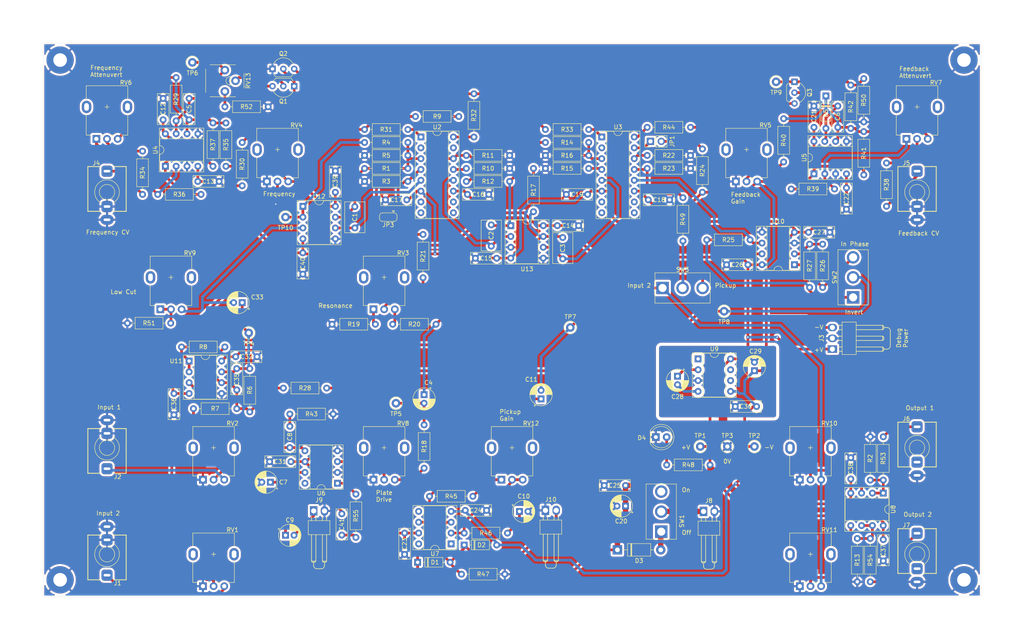
<source format=kicad_pcb>
(kicad_pcb (version 20240108) (generator "pcbnew") (generator_version "8.0")
  (title_block (title "Heirophone") (rev "r02") (company "Helical Sounds") (comment 2 "creativecommons.org/licenses/by/4.0") (comment 3 "License: CC BY 4.0") (comment 4 "Author: Guy John"))
  (layers (0 "F.Cu" signal) (31 "B.Cu" signal) (36 "B.SilkS" user "B.Silkscreen") (37 "F.SilkS" user "F.Silkscreen") (38 "B.Mask" user) (39 "F.Mask" user) (44 "Edge.Cuts" user))
  (net 0 "")
  (net 1 "Net-(C1-Pad1)")
  (net 2 "Net-(C2-Pad1)")
  (net 3 "Net-(C3-Pad1)")
  (net 4 "Net-(C4-Pad2)")
  (net 5 "Net-(U4B--)")
  (net 6 "Net-(Q1-B)")
  (net 7 "Net-(D5-K)")
  (net 8 "Net-(D5-A)")
  (net 9 "Net-(U6-BYPASS)")
  (net 10 "GND")
  (net 11 "Net-(C8-Pad2)")
  (net 12 "Net-(J9-Pin_1)")
  (net 13 "Net-(C10-Pad1)")
  (net 14 "Net-(C11-Pad1)")
  (net 15 "FEEDBACK_AUDIO")
  (net 16 "VCC")
  (net 17 "VEE")
  (net 18 "Net-(U9-CAP-)")
  (net 19 "Net-(U9-CAP+)")
  (net 20 "Net-(C33-Pad1)")
  (net 21 "Net-(D1-A)")
  (net 22 "Net-(D4-A)")
  (net 23 "Net-(J1-PadT)")
  (net 24 "Net-(J2-PadT)")
  (net 25 "Net-(J4-PadT)")
  (net 26 "Net-(J5-PadT)")
  (net 28 "Net-(U8A--)")
  (net 29 "Net-(U8B--)")
  (net 31 "Net-(J8-Pin_1)")
  (net 32 "Net-(JP1-A)")
  (net 33 "Net-(JP1-B)")
  (net 34 "Net-(Q1-E)")
  (net 35 "Net-(Q2-C)")
  (net 36 "Net-(Q3-C)")
  (net 37 "Net-(Q3-E)")
  (net 38 "Net-(U11B--)")
  (net 39 "Net-(R7-Pad1)")
  (net 40 "AUDIO_INPUT_2")
  (net 41 "Net-(U3A-+)")
  (net 42 "Net-(U3A--)")
  (net 43 "Net-(R18-Pad2)")
  (net 44 "Net-(R19-Pad2)")
  (net 45 "Net-(R20-Pad2)")
  (net 46 "Net-(R21-Pad2)")
  (net 47 "Net-(U3C-+)")
  (net 48 "Net-(U3C--)")
  (net 49 "Net-(U10B--)")
  (net 50 "Net-(SW2-A)")
  (net 51 "Net-(U10A--)")
  (net 52 "Net-(SW2-C)")
  (net 53 "Net-(SW2-B)")
  (net 54 "Net-(R31-Pad2)")
  (net 55 "Net-(R32-Pad2)")
  (net 56 "Net-(R33-Pad2)")
  (net 57 "Net-(R34-Pad2)")
  (net 58 "Net-(R35-Pad1)")
  (net 59 "Net-(R36-Pad2)")
  (net 60 "Net-(U4A--)")
  (net 61 "Net-(R38-Pad2)")
  (net 62 "Net-(R39-Pad2)")
  (net 63 "Net-(R40-Pad2)")
  (net 64 "Net-(R44-Pad1)")
  (net 65 "Net-(R45-Pad2)")
  (net 66 "Net-(U7--)")
  (net 67 "Net-(SW3-B)")
  (net 68 "Net-(R51-Pad1)")
  (net 69 "Net-(U11A-+)")
  (net 70 "Net-(U6-+)")
  (net 71 "Net-(U8A-+)")
  (net 72 "Net-(U8B-+)")
  (net 91 "Net-(U2A-+)")
  (net 92 "Net-(U2A--)")
  (net 94 "Net-(C5-Pad2)")
  (net 95 "Net-(R52-Pad2)")
  (net 96 "Net-(J6-PadT)")
  (net 97 "Net-(J7-PadT)")
  (net 98 "Net-(U12A--)")
  (net 99 "Net-(U13A--)")
  (net 100 "Net-(U13B--)")
  (net 101 "Net-(U12B--)")
  (net 102 "Net-(U12A-+)")
  (net 103 "Net-(U5A--)")
  (net 104 "Net-(C41-Pad1)")
  (net 105 "Net-(C41-Pad2)")
  (net 106 "Net-(R55-Pad1)")
  (net 107 "GNDD")
  (net 108 "Net-(JP3-C)")
  (net 109 "Net-(JP3-B)")
  (net 110 "Net-(JP3-A)")
  (net 111 "Net-(D3-A)")
  (footprint "Rumblesan_Standard_Parts:R_Axial_DIN0207_L6.3mm_D2.5mm_P10.16mm_Horizontal" (layer "F.Cu") (at 222.504 38.354 -90)
    (property "Reference" "R50")
    (property "Value" "1k")
  )
  (footprint "Rumblesan_Standard_Parts:R_Axial_DIN0207_L6.3mm_D2.5mm_P10.16mm_Horizontal" (layer "F.Cu") (at 147.828 50.292)
    (property "Reference" "R33")
    (property "Value" "22k")
  )
  (footprint "Rumblesan_Potentiometer_THT:Potentiometer_Alpha_RD901F-40-00D_Single_Vertical" (layer "F.Cu") (at 195 55)
    (property "Reference" "RV5")
    (property "Value" "10kB" (hide yes))
  )
  (footprint "Rumblesan_Standard_Parts:Toggle_Switch_100SP-M2" (layer "F.Cu") (at 180 87.5)
    (property "Reference" "SW3")
    (property "Value" "SW_SPDT")
  )
  (footprint "Rumblesan_Standard_Parts:R_Axial_DIN0207_L6.3mm_D2.5mm_P10.16mm_Horizontal" (layer "F.Cu") (at 105.41 56.388)
    (property "Reference" "R5")
    (property "Value" "220r")
  )
  (footprint "Rumblesan_Standard_Parts:C_Rect_L7.0mm_W2.5mm_P5.00mm" (layer "F.Cu") (at 171.958 66.802)
    (property "Reference" "C18")
    (property "Value" "100nF")
  )
  (footprint "Rumblesan_Standard_Parts:TestPoint_Loop_D2.50mm_Drill1.0mm_LowProfile" (layer "F.Cu") (at 189.738 92.964)
    (property "Reference" "TP8")
    (property "Value" "Feedback Audio" (hide yes))
  )
  (footprint "Rumblesan_Audio_Connectors:Jack_3.5mm_QingPu_WQP-PJ398SM_Vertical" (layer "F.Cu") (at 45 150 180)
    (property "Reference" "J1")
    (property "Value" "AudioJack2_SwitchT" (hide yes))
  )
  (footprint "Package_DIP:DIP-16_W7.62mm_Socket" (layer "F.Cu") (at 161.046 52.06)
    (property "Reference" "U3")
    (property "Value" "LM13700")
  )
  (footprint "Rumblesan_Standard_Parts:R_Axial_DIN0207_L6.3mm_D2.5mm_P10.16mm_Horizontal" (layer "F.Cu") (at 128.778 145.034)
    (property "Reference" "R46")
    (property "Value" "1k")
  )
  (footprint "Rumblesan_Audio_Connectors:Jack_3.5mm_QingPu_WQP-PJ398SM_Vertical" (layer "F.Cu") (at 235 65)
    (property "Reference" "J5")
    (property "Value" "AudioJack2_SwitchT" (hide yes))
  )
  (footprint "Rumblesan_Standard_Parts:R_Axial_DIN0207_L6.3mm_D2.5mm_P10.16mm_Horizontal" (layer "F.Cu") (at 220.98 146.304 -90)
    (property "Reference" "R13")
    (property "Value" "1k")
  )
  (footprint "Rumblesan_Standard_Parts:R_Axial_DIN0207_L6.3mm_D2.5mm_P10.16mm_Horizontal" (layer "F.Cu") (at 82.804 44.958 180)
    (property "Reference" "R52")
    (property "Value" "390r")
  )
  (footprint "Rumblesan_Potentiometer_THT:Potentiometer_Alpha_RD901F-40-00D_Single_Vertical" (layer "F.Cu") (at 110 125)
    (property "Reference" "RV8")
    (property "Value" "10kA" (hide yes))
  )
  (footprint "Rumblesan_Standard_Parts:R_Axial_DIN0207_L6.3mm_D2.5mm_P10.16mm_Horizontal" (layer "F.Cu") (at 180.086 76.454 90)
    (property "Reference" "R49")
    (property "Value" "100k")
  )
  (footprint "Package_DIP:DIP-8_W7.62mm_Socket" (layer "F.Cu") (at 206.248 82.032 180)
    (property "Reference" "U10")
    (property "Value" "TL072")
  )
  (footprint "Rumblesan_Standard_Parts:R_Axial_DIN0207_L6.3mm_D2.5mm_P10.16mm_Horizontal" (layer "F.Cu") (at 147.828 59.436)
    (property "Reference" "R15")
    (property "Value" "220r")
  )
  (footprint "Rumblesan_Standard_Parts:TestPoint_Loop_D2.50mm_Drill1.0mm_LowProfile" (layer "F.Cu") (at 196.85 124.714)
    (property "Reference" "TP2")
    (property "Value" "Negative Supply Rail" (hide yes))
  )
  (footprint "Rumblesan_Standard_Parts:R_Axial_DIN0207_L6.3mm_D2.5mm_P10.16mm_Horizontal" (layer "F.Cu") (at 184.658 54.864 -90)
    (property "Reference" "R24")
    (property "Value" "10k")
  )
  (footprint "Rumblesan_Standard_Parts:CP_Radial_D5.0mm_P2.00mm" (layer "F.Cu") (at 86.868 145.542)
    (property "Reference" "C9")
    (property "Value" "100uF")
  )
  (footprint "Rumblesan_Standard_Parts:TestPoint_Loop_D2.50mm_Drill1.0mm_LowProfile" (layer "F.Cu") (at 112.776 114.554)
    (property "Reference" "TP5")
    (property "Value" "Filter Output" (hide yes))
  )
  (footprint "Package_TO_SOT_THT:TO-92_Inline_Wide" (layer "F.Cu") (at 88.9 40.132 180)
    (property "Reference" "Q1")
    (property "Value" "2N3904")
  )
  (footprint "Rumblesan_Standard_Parts:R_Axial_DIN0207_L6.3mm_D2.5mm_P10.16mm_Horizontal" (layer "F.Cu") (at 105.41 59.436)
    (property "Reference" "R1")
    (property "Value" "100k")
  )
  (footprint "Rumblesan_Standard_Parts:CP_Radial_D5.0mm_P2.00mm" (layer "F.Cu") (at 83.312 133.096 180)
    (property "Reference" "C7")
    (property "Value" "10uF")
  )
  (footprint "Rumblesan_Standard_Parts:R_Axial_DIN0207_L6.3mm_D2.5mm_P10.16mm_Horizontal" (layer "F.Cu") (at 69.85 58.928 90)
    (property "Reference" "R37")
    (property "Value" "100k")
  )
  (footprint "Rumblesan_Standard_Parts:R_Axial_DIN0207_L6.3mm_D2.5mm_P10.16mm_Horizontal" (layer "F.Cu") (at 219.456 50.038 90)
    (property "Reference" "R42")
    (property "Value" "33k")
  )
  (footprint "Rumblesan_Standard_Parts:Toggle_Switch_100SP-M2" (layer "F.Cu") (at 220 85 90)
    (property "Reference" "SW2")
    (property "Value" "SW_SPDT")
  )
  (footprint "Rumblesan_Standard_Parts:C_Rect_L7.0mm_W2.5mm_P5.00mm" (layer "F.Cu") (at 218.44 69.008 90)
    (property "Reference" "C22")
    (property "Value" "100nF")
  )
  (footprint "Rumblesan_Standard_Parts:R_Axial_DIN0207_L6.3mm_D2.5mm_P10.16mm_Horizontal" (layer "F.Cu") (at 105.41 53.34)
    (property "Reference" "R4")
    (property "Value" "100k")
  )
  (footprint "Rumblesan_Standard_Parts:R_Axial_DIN0207_L6.3mm_D2.5mm_P10.16mm_Horizontal" (layer "F.Cu") (at 103.378 135.89 -90)
    (property "Reference" "R55")
    (property "Value" "10k")
  )
  (footprint "Rumblesan_Standard_Parts:R_Axial_DIN0207_L6.3mm_D2.5mm_P10.16mm_Horizontal" (layer "F.Cu") (at 119.38 119.634 -90)
    (property "Reference" "R18")
    (property "Value" "22k")
  )
  (footprint "Rumblesan_Standard_Parts:R_Axial_DIN0207_L6.3mm_D2.5mm_P10.16mm_Horizontal" (layer "F.Cu") (at 76.708 63.5 90)
    (property "Reference" "R30")
    (property "Value" "100k")
  )
  (footprint "Connector_PinHeader_2.54mm:PinHeader_1x02_P2.54mm_Vertical" (layer "F.Cu") (at 172.466 53.086 90)
    (property "Reference" "JP1")
    (property "Value" "Jumper_2_Open" (hide yes))
  )
  (footprint "Rumblesan_Standard_Parts:C_Rect_L7.0mm_W2.5mm_P5.00mm" (layer "F.Cu") (at 88.138 128.27 180)
    (property "Reference" "C31")
    (property "Value" "100nF")
  )
  (footprint "Rumblesan_Standard_Parts:C_Rect_L7.0mm_W2.5mm_P5.00mm" (layer "F.Cu") (at 100.076 140.502 -90)
    (property "Reference" "C41")
    (property "Value" "47nF")
  )
  (footprint "MountingHole:MountingHole_3.2mm_M3_Pad" (layer "F.Cu") (at 246 156)
    (property "Reference" "H4" (hide yes))
    (property "Value" "MountingHole_Pad" (hide yes))
  )
  (footprint "Rumblesan_Potentiometer_THT:Potentiometer_Alpha_RD901F-40-00D_Single_Vertical" (layer "F.Cu") (at 210 125)
    (property "Reference" "RV10")
    (property "Value" "100kA" (hide yes))
  )
  (footprint "Rumblesan_Standard_Parts:C_Rect_L7.0mm_W2.5mm_P5.00mm" (layer "F.Cu") (at 214.55 74.422 180)
    (property "Reference" "C27")
    (property "Value" "100nF")
  )
  (footprint "Rumblesan_Standard_Parts:C_Rect_L7.0mm_W2.5mm_P5.00mm" (layer "F.Cu") (at 60.706 117.268 90)
    (property "Reference" "C36")
    (property "Value" "100nF")
  )
  (footprint "Package_DIP:DIP-8_W7.62mm_Socket" (layer "F.Cu") (at 99.05 133.34 180)
    (property "Reference" "U6")
    (property "Value" "LM386")
  )
  (footprint "Rumblesan_Standard_Parts:R_Axial_DIN0207_L6.3mm_D2.5mm_P10.16mm_Horizontal" (layer "F.Cu") (at 227.838 68.326 90)
    (property "Reference" "R38")
    (property "Value" "100k")
  )
  (footprint "Rumblesan_Standard_Parts:R_Axial_DIN0207_L6.3mm_D2.5mm_P10.16mm_Horizontal" (layer "F.Cu") (at 59.944 95.758 180)
    (property "Reference" "R51")
    (property "Value" "1k")
  )
  (footprint "Rumblesan_Standard_Parts:R_Axial_DIN0207_L6.3mm_D2.5mm_P10.16mm_Horizontal" (layer "F.Cu") (at 131.064 41.91 -90)
    (property "Reference" "R32")
    (property "Value" "22k")
  )
  (footprint "Rumblesan_Potentiometer_THT:Potentiometer_Alpha_RD901F-40-00D_Single_Vertical" (layer "F.Cu") (at 85 55)
    (property "Reference" "RV4")
    (property "Value" "10kB" (hide yes))
  )
  (footprint "Rumblesan_Standard_Parts:C_Rect_L7.0mm_W2.5mm_P5.00mm" (layer "F.Cu") (at 134.032 139.7 180)
    (property "Reference" "C24")
    (property "Value" "100nF")
  )
  (footprint "Package_DIP:DIP-8_W7.62mm_Socket" (layer "F.Cu") (at 139.71 72.868)
    (property "Reference" "U13")
    (property "Value" "TL072")
  )
  (footprint "Rumblesan_Standard_Parts:C_Rect_L7.0mm_W2.5mm_P5.00mm" (layer "F.Cu") (at 114.808 145.034 -90)
    (property "Reference" "C23")
    (property "Value" "100nF")
  )
  (footprint "Rumblesan_Standard_Parts:CP_Radial_D5.0mm_P2.00mm" (layer "F.Cu") (at 146.812 113.538 90)
    (property "Reference" "C11")
    (property "Value" "10uF")
  )
  (footprint "Rumblesan_Standard_Parts:C_Rect_L7.0mm_W2.5mm_P5.00mm" (layer "F.Cu") (at 195.326 82.042 180)
    (property "Reference" "C26")
    (property "Value" "100nF")
  )
  (footprint "Rumblesan_Standard_Parts:CP_Radial_D5.0mm_P2.00mm" (layer "F.Cu") (at 76.708 90.932 180)
    (property "Reference" "C33")
    (property "Value" "1uF")
  )
  (footprint "Rumblesan_Standard_Parts:R_Axial_DIN0207_L6.3mm_D2.5mm_P10.16mm_Horizontal" (layer "F.Cu") (at 87.884 117.094)
    (property "Reference" "R43")
    (property "Value" "10r")
  )
  (footprint "Rumblesan_Standard_Parts:Toggle_Switch_100SP-M2" (layer "F.Cu") (at 175 140 90)
    (property "Reference" "SW1")
    (property "Value" "SW_SPDT")
  )
  (footprint "Diode_THT:D_DO-35_SOD27_P7.62mm_Horizontal" (layer "F.Cu") (at 213.614 42.418 -90)
    (property "Reference" "D5")
    (property "Value" "1N4148")
  )
  (footprint "Rumblesan_Standard_Parts:R_Axial_DIN0207_L6.3mm_D2.5mm_P10.16mm_Horizontal" (layer "F.Cu") (at 72.898 58.928 90)
    (property "Reference" "R35")
    (property "Value" "100k")
  )
  (footprint "Rumblesan_Standard_Parts:R_Axial_DIN0207_L6.3mm_D2.5mm_P10.16mm_Horizontal" (layer "F.Cu") (at 119.126 74.93 -90)
    (property "Reference" "R21")
    (property "Value" "6k8")
  )
  (footprint "Rumblesan_Standard_Parts:CP_Radial_D5.0mm_P2.00mm" (layer "F.Cu") (at 178.816 108.204 -90)
    (property "Reference" "C28")
    (property "Value" "10uF")
  )
  (footprint "Rumblesan_Audio_Connectors:Jack_3.5mm_QingPu_WQP-PJ398SM_Vertical" (layer "F.Cu") (at 45 65)
    (property "Reference" "J4")
    (property "Value" "AudioJack2_SwitchT" (hide yes))
  )
  (footprint "Rumblesan_Standard_Parts:R_Axial_DIN0207_L6.3mm_D2.5mm_P10.16mm_Horizontal" (layer "F.Cu") (at 212.852 77.216 -90)
    (property "Reference" "R26")
    (property "Value" "10k")
  )
  (footprint "Rumblesan_Potentiometer_THT:Potentiometer_Alpha_RD901F-40-00D_Single_Vertical" (layer "F.Cu") (at 70 150)
    (property "Reference" "RV1")
    (property "Value" "10kA" (hide yes))
  )
  (footprint "Rumblesan_Connectors:Molex_KK-254_22-05-7028_1x02_P2.54mm_Horizontal" (layer "F.Cu") (at 147.828 139.7)
    (property "Reference" "J10")
    (property "Value" "Conn_01x02")
  )
  (footprint "Rumblesan_Standard_Parts:R_Axial_DIN0207_L6.3mm_D2.5mm_P10.16mm_Horizontal" (layer "F.Cu") (at 171.704 49.784)
    (property "Reference" "R44")
    (property "Value" "18k")
  )
  (footprint "Rumblesan_Standard_Parts:R_Axial_DIN0207_L6.3mm_D2.5mm_P10.16mm_Horizontal" (layer "F.Cu") (at 61.214 38.1 -90)
    (property "Reference" "R29")
    (property "Value" "2k")
  )
  (footprint "Rumblesan_Standard_Parts:R_Axial_DIN0207_L6.3mm_D2.5mm_P10.16mm_Horizontal" (layer "F.Cu") (at 186.436 129.032 180)
    (property "Reference" "R48")
    (property "Value" "2k")
  )
  (footprint "Jumper:SolderJumper-3_P1.3mm_Bridged12_RoundedPad1.0x1.5mm" (layer "F.Cu") (at 110.968 70.866 180)
    (property "Reference" "JP3")
    (property "Value" "Jumper_3_Bridged12" (hide yes))
  )
  (footprint "MountingHole:MountingHole_3.2mm_M3_Pad" (layer "F.Cu") (at 246 34)
    (property "Reference" "H2" (hide yes))
    (property "Value" "MountingHole_Pad" (hide yes))
  )
  (footprint "Rumblesan_Potentiometer_THT:Potentiometer_Alpha_RD901F-40-00D_Single_Vertical" (layer "F.Cu") (at 110 85)
    (property "Reference" "RV3")
    (property "Value" "50kB" (hide yes))
  )
  (footprint "Rumblesan_Standard_Parts:R_Axial_DIN0207_L6.3mm_D2.5mm_P10.16mm_Horizontal" (layer "F.Cu") (at 97.79 96.012)
    (property "Reference" "R19")
    (property "Value" "47k")
  )
  (footprint "Rumblesan_Potentiometer_THT:Potentiometer_Alpha_RD901F-40-00D_Single_Vertical" (layer "F.Cu") (at 45 45)
    (property "Reference" "RV6")
    (property "Value" "10kB" (hide yes))
  )
  (footprint "Rumblesan_Standard_Parts:C_Rect_L7.0mm_W2.5mm_P5.00mm" (layer "F.Cu") (at 210.82 49.784 90)
    (property "Reference" "C21")
    (property "Value" "100nF")
  )
  (footprint "Package_DIP:DIP-8_W7.62mm_Socket" (layer "F.Cu") (at 58.684 58.918 90)
    (property "Reference" "U4")
    (property "Value" "TL072")
  )
  (footprint "Rumblesan_Standard_Parts:R_Axial_DIN0207_L6.3mm_D2.5mm_P10.16mm_Horizontal" (layer "F.Cu") (at 120.65 136.398)
    (property "Reference" "R45")
    (property "Value" "1k")
  )
  (footprint "Rumblesan_Potentiometer_THT:Potentiometer_Alpha_RD901F-40-00D_Single_Vertical" (layer "F.Cu") (at 140 125)
    (property "Reference" "RV12")
    (property "Value" "50kB" (hide yes))
  )
  (footprint "Capacitor_THT:C_Rect_L7.0mm_W4.5mm_P5.00mm" (layer "F.Cu") (at 103.124 68.406 -90)
    (property "Reference" "C1")
    (property "Value" "150pF")
  )
  (footprint "Rumblesan_Standard_Parts:TestPoint_Loop_D2.50mm_Drill1.0mm_LowProfile" (layer "F.Cu") (at 65.024 34.544)
    (property "Reference" "TP6")
    (property "Value" "Filter Cutoff CV" (hide yes))
  )
  (footprint "Rumblesan_Standard_Parts:R_Axial_DIN0207_L6.3mm_D2.5mm_P10.16mm_Horizontal" (layer "F.Cu") (at 122.174 96.012 180)
    (property "Reference" "R20")
    (property "Value" "10k")
  )
  (footprint "Diode_THT:D_DO-35_SOD27_P7.62mm_Horizontal" (layer "F.Cu") (at 128.778 147.828)
    (property "Reference" "D2")
    (property "Value" "1N4148")
  )
  (footprint "Rumblesan_Standard_Parts:C_Rect_L7.0mm_W2.5mm_P5.00mm" (layer "F.Cu") (at 58.166 48.006 90)
    (property "Reference" "C12")
    (property "Value" "100nF")
  )
  (footprint "Rumblesan_Standard_Parts:R_Axial_DIN0207_L6.3mm_D2.5mm_P10.16mm_Horizontal" (layer "F.Cu") (at 147.828 53.34)
    (property "Reference" "R14")
    (property "Value" "100k")
  )
  (footprint "Rumblesan_Standard_Parts:R_Axial_DIN0207_L6.3mm_D2.5mm_P10.16mm_Horizontal" (layer "F.Cu") (at 129.286 62.484)
    (property "Reference" "R12")
    (property "Value" "100k")
  )
  (footprint "Rumblesan_Connectors:Molex_KK-254_22-05-7028_1x02_P2.54mm_Horizontal" (layer "F.Cu") (at 93.472 139.827)
    (property "Reference" "J9")
    (property "Value" "Conn_01x02")
  )
  (footprint "Rumblesan_Standard_Parts:C_Rect_L7.0mm_W2.5mm_P5.00mm" (layer "F.Cu") (at 197.358 115.316 180)
    (property "Reference" "C30")
    (property "Value" "100nF")
  )
  (footprint "Rumblesan_Standard_Parts:R_Axial_DIN0207_L6.3mm_D2.5mm_P10.16mm_Horizontal" (layer "F.Cu") (at 181.864 59.436 180)
    (property "Reference" "R23")
    (property "Value" "220r")
  )
  (footprint "Rumblesan_Standard_Parts:R_Axial_DIN0207_L6.3mm_D2.5mm_P10.16mm_Horizontal" (layer "F.Cu") (at 117.348 47.244)
    (property "Reference" "R9")
    (property "Value" "100k")
  )
  (footprint "Rumblesan_Standard_Parts:R_Axial_DIN0207_L6.3mm_D2.5mm_P10.16mm_Horizontal" (layer "F.Cu") (at 105.41 62.484)
    (property "Reference" "R3")
    (property "Value" "220r")
  )
  (footprint "Rumblesan_Standard_Parts:CP_Radial_D5.0mm_P2.00mm" (layer "F.Cu") (at 119.38 112.554 -90)
    (property "Reference" "C4")
    (property "Value" "10uF")
  )
  (footprint "Rumblesan_Standard_Parts:R_Axial_DIN0207_L6.3mm_D2.5mm_P10.16mm_Horizontal" (layer "F.Cu") (at 203.708 47.752 -90)
    (property "Reference" "R40")
    (property "Value" "100k")
  )
  (footprint "Package_DIP:DIP-8_W7.62mm_Socket" (layer "F.Cu") (at 64.262 104.648)
    (property "Reference" "U11")
    (property "Value" "TL072")
  )
  (footprint "Package_DIP:DIP-8_W7.62mm_Socket" (layer "F.Cu") (at 210.82 60.706 90)
    (property "Reference" "U5")
    (property "Value" "TL072")
  )
  (footprint "Rumblesan_Potentiometer_THT:Potentiometer_Alpha_RD901F-40-00D_Single_Vertical" (layer "F.Cu") (at 60 85)
    (property "Reference" "RV9")
    (property "Value" "100kA" (hide yes))
  )
  (footprint "Rumblesan_Standard_Parts:R_Axial_DIN0207_L6.3mm_D2.5mm_P10.16mm_Horizontal" (layer "F.Cu") (at 224.028 146.304 -90)
    (property "Reference" "R54")
    (property "Value" "330r")
  )
  (footprint "Package_TO_SOT_THT:TO-92_Inline_Wide" (layer "F.Cu") (at 83.82 36.068)
    (property "Reference" "Q2")
    (property "Value" "2N3906")
  )
  (footprint "Rumblesan_Standard_Parts:R_Axial_DIN0207_L6.3mm_D2.5mm_P10.16mm_Horizontal" (layer "F.Cu") (at 53.34 65.532 90)
    (property "Reference" "R34")
    (property "Value" "100k")
  )
  (footprint "Rumblesan_Standard_Parts:R_Axial_DIN0207_L6.3mm_D2.5mm_P10.16mm_Horizontal" (layer "F.Cu") (at 62.484 101.346)
    (property "Reference" "R8")
    (property "Value" "100k")
  )
  (footprint "Rumblesan_Connectors:Molex_KK-254_22-05-7038_1x03_P2.54mm_Horizontal" (layer "F.Cu") (at 215.138 101.854 90)
    (property "Reference" "J3")
    (property "Value" "Conn_01x03_Pin")
  )
  (footprint "Rumblesan_Standard_Parts:R_Axial_DIN0207_L6.3mm_D2.5mm_P10.16mm_Horizontal" (layer "F.Cu") (at 147.828 56.388)
    (property "Reference" "R16")
    (property "Value" "220r")
  )
  (footprint "Rumblesan_Potentiometer_THT:Potentiometer_Alpha_RD901F-40-00D_Single_Vertical" (layer "F.Cu") (at 70 125)
    (property "Reference" "RV2")
    (property "Value" "10kA" (hide yes))
  )
  (footprint "Rumblesan_Standard_Parts:R_Axial_DIN0207_L6.3mm_D2.5mm_P10.16mm_Horizontal" (layer "F.Cu") (at 128.143 154.686)
    (property "Reference" "R47")
    (property "Value" "1m")
  )
  (footprint "Package_DIP:DIP-8_W7.62mm_Socket" (layer "F.Cu") (at 125.72 147.564 180)
    (property "Reference" "U7")
    (property "Value" "NE5534")
  )
  (footprint "Rumblesan_Audio_Connectors:Jack_3.5mm_QingPu_WQP-PJ398SM_Vertical" (layer "F.Cu") (at 235 150)
    (property "Reference" "J7")
    (property "Value" "AudioJack2_SwitchT" (hide yes))
  )
  (footprint "Rumblesan_Standard_Parts:C_Rect_L7.0mm_W2.5mm_P5.00mm" (layer "F.Cu") (at 227.076 146.558 -90)
    (property "Reference" "C37")
    (property "Value" "100nF")
  )
  (footprint "Rumblesan_Standard_Parts:R_Axial_DIN0207_L6.3mm_D2.5mm_P10.16mm_Horizontal" (layer "F.Cu") (at 181.864 56.388 180)
    (property "Reference" "R22")
    (property "Value" "220r")
  )
  (footprint "Rumblesan_Standard_Parts:C_Rect_L7.0mm_W2.5mm_P5.00mm" (layer "F.Cu") (at 166.624 133.858 180)
    (property "Reference" "C25")
    (property "Value" "100nF")
  )
  (footprint "Rumblesan_Standard_Parts:C_Rect_L7.0mm_W2.5mm_P5.00mm" (layer "F.Cu") (at 152.734 65.532)
    (property "Reference" "C19")
    (property "Value" "100nF")
  )
  (footprint "MountingHole:MountingHole_3.2mm_M3_Pad" (layer "F.Cu") (at 34 34)
    (property "Reference" "H1" (hide yes))
    (property "Value" "MountingHole_Pad" (hide yes))
  )
  (footprint "Rumblesan_Potentiometer_THT:Potentiometer_THT_Bourns_3306P_Vertical" (layer "F.Cu") (at 73.894 38.862 -90)
    (property "Reference" "RV13")
    (property "Value" "100r")
  )
  (footprint "Rumblesan_Standard_Parts:TestPoint_Loop_D2.50mm_Drill1.0mm_LowProfile" (layer "F.Cu") (at 153.67 96.774 180)
    (property "Reference" "TP7")
    (property "Value" "Piezo Amplifier Audio" (hide yes))
  )
  (footprint "Rumblesan_Standard_Parts:R_Axial_DIN0207_L6.3mm_D2.5mm_P10.16mm_Horizontal" (layer "F.Cu") (at 145.034 59.436 -90)
    (property "Reference" "R17")
    (property "Value" "100k")
  )
  (footprint "Rumblesan_Standard_Parts:R_Axial_DIN0207_L6.3mm_D2.5mm_P10.16mm_Horizontal" (layer "F.Cu") (at 209.804 87.376 90)
    (property "Reference" "R27")
    (property "Value" "10k")
  )
  (footprint "Rumblesan_Standard_Parts:TestPoint_Loop_D2.50mm_Drill1.0mm_LowProfile" (layer "F.Cu") (at 201.94 39.106)
    (property "Reference" "TP9")
    (property "Value" "Feedback VCA CV" (hide yes))
  )
  (footprint "MountingHole:MountingHole_3.2mm_M3_Pad" (layer "F.Cu") (at 34 156)
    (property "Reference" "H3" (hide yes))
    (property "Value" "MountingHole_Pad" (hide yes))
  )
  (footprint "Rumblesan_Standard_Parts:C_Rect_L7.0mm_W2.5mm_P5.00mm" (layer "F.Cu") (at 90.932 84.248 90)
    (property "Reference" "C40")
    (property "Value" "100nF")
  )
  (footprint "Rumblesan_Standard_Parts:C_Rect_L7.0mm_W2.5mm_P5.00mm" (layer "F.Cu") (at 216.408 49.784 90)
    (property "Reference" "C6")
    (property "Value" "1nF")
  )
  (footprint "Rumblesan_Standard_Parts:R_Axial_DIN0207_L6.3mm_D2.5mm_P10.16mm_Horizontal" (layer "F.Cu") (at 65.278 115.824)
    (property "Reference" "R7")
    (property "Value" "100k")
  )
  (footprint "Rumblesan_Standard_Parts:CP_Radial_D5.0mm_P2.00mm" (layer "F.Cu") (at 141.732 139.954)
    (property "Reference" "C10")
    (property "Value" "47uF")
  )
  (footprint "Rumblesan_Standard_Parts:TestPoint_Loop_D2.50mm_Drill1.0mm_LowProfile" (layer "F.Cu") (at 78.232 98.044)
    (property "Reference" "TP4")
    (property "Value" "Input Mix" (hide yes))
  )
  (footprint "Rumblesan_Standard_Parts:C_Rect_L7.0mm_W2.5mm_P5.00mm" (layer "F.Cu") (at 75.184 103.632)
    (property "Reference" "C32")
    (property "Value" "100nF")
  )
  (footprint "Rumblesan_Standard_Parts:TestPoint_Loop_D2.50mm_Drill1.0mm_LowProfile" (layer "F.Cu") (at 86.868 70.866)
    (property "Reference" "TP10")
    (property "Value" "LowCut Audio" (hide yes))
  )
  (footprint "Package_DIP:DIP-16_W7.62mm_Socket" (layer "F.Cu") (at 118.628 52.06)
    (property "Reference" "U2")
    (property "Value" "LM13700")
  )
  (footprint "Rumblesan_Standard_Parts:TestPoint_Loop_D2.50mm_Drill1.0mm_LowProfile" (layer "F.Cu") (at 190.5 124.714)
    (property "Reference" "TP3")
    (property "Value" "Ground" (hide yes))
  )
  (footprint "Rumblesan_Standard_Parts:R_Axial_DIN0207_L6.3mm_D2.5mm_P10.16mm_Horizontal" (layer "F.Cu") (at 224.028 132.588 90)
    (property "Reference" "R2")
    (property "Value" "1k")
  )
  (footprint "Diode_THT:D_DO-41_SOD81_P10.16mm_Horizontal" (layer "F.Cu") (at 164.719 148.971)
    (property "Reference" "D3")
    (property "Value" "1N4001")
  )
  (footprint "Rumblesan_Standard_Parts:CP_Radial_D5.0mm_P2.00mm" (layer "F.Cu") (at 196.85 106.934 90)
    (property "Reference" "C29")
    (property "Value" "10uF")
  )
  (footprint "Capacitor_THT:C_Rect_L7.0mm_W4.5mm_P5.00mm" (layer "F.Cu") (at 135.128 72.684 -90)
    (property "Reference" "C2")
    (property "Value" "150pF")
  )
  (footprint "Rumblesan_Standard_Parts:C_Rect_L7.0mm_W2.5mm_P5.00mm" (layer "F.Cu") (at 64.262 48.006 90)
    (property "Reference" "C5")
    (property "Value" "10nF")
  )
  (footprint "Rumblesan_Standard_Parts:R_Axial_DIN0207_L6.3mm_D2.5mm_P10.16mm_Horizontal" (layer "F.Cu") (at 86.36 110.998)
    (property "Reference" "R28")
    (property "Value" "100k")
  )
  (footprint "Rumblesan_Standard_Parts:CP_Radial_D5.0mm_P2.00mm" (layer "F.Cu") (at 166.624 138.684 180)
    (property "Reference" "C20")
    (property "Value" "22uF")
  )
  (footprint "Package_DIP:DIP-8_W7.62mm_Socket" (layer "F.Cu") (at 183.642 104.15)
    (property "Reference" "U9")
    (property "Value" "ICL7660")
  )
  (footprint "Rumblesan_Standard_Parts:C_Rect_L7.0mm_W2.5mm_P5.00mm" (layer "F.Cu") (at 110.316 66.802)
    (property "Reference" "C17")
    (property "Value" "100nF")
  )
  (footprint "Rumblesan_Standard_Parts:R_Axial_DIN0207_L6.3mm_D2.5mm_P10.16mm_Horizontal" (layer "F.Cu") (at 56.896 65.532)
    (property "Reference" "R36")
    (property "Value" "100k")
  )
  (footprint "Rumblesan_Audio_Connectors:Jack_3.5mm_QingPu_WQP-PJ398SM_Vertical" (layer "F.Cu") (at 45 125 180)
    (property "Reference" "J2")
    (property "Value" "AudioJack2_SwitchT" (hide yes))
  )
  (footprint "Rumblesan_Audio_Connectors:Jack_3.5mm_QingPu_WQP-PJ398SM_Vertical" (layer "F.Cu") (at 235 125)
    (property "Reference" "J6")
    (property "Value" "AudioJack2_SwitchT" (hide yes))
  )
  (footprint "Rumblesan_Standard_Parts:R_Axial_DIN0207_L6.3mm_D2.5mm_P10.16mm_Horizontal" (layer "F.Cu") (at 78.486 116.586 90)
    (property "Reference" "R6")
    (property "Value" "100k")
  )
  (footprint "Rumblesan_Standard_Parts:R_Axial_DIN0207_L6.3mm_D2.5mm_P10.16mm_Horizontal" (layer "F.Cu") (at 195.834 76.2 180)
    (property "Reference" "R25")
    (property "Value" "47k")
  )
  (footprint "Rumblesan_Standard_Parts:C_Rect_L7.0mm_W2.5mm_P5.00mm" (layer "F.Cu") (at 98.552 65.024 90)
    (property "Reference" "C39")
    (property "Value" "100nF")
  )
  (footprint "Rumblesan_Standard_Parts:C_Rect_L7.0mm_W2.5mm_P5.00mm" (layer "F.Cu") (at 131.398 80.518)
    (property "Reference" "C15")
    (property "Value" "100nF")
  )
  (footprint "Rumblesan_Standard_Parts:C_Rect_L7.0mm_W2.5mm_P5.00mm" (layer "F.Cu") (at 219.456 127.334 -90)
    (property "Reference" "C38")
    (property "Value" "100nF")
  )
  (footprint "Package_TO_SOT_THT:TO-92_Inline_Wide" (layer "F.Cu") (at 206.248 39.106 -90)
    (property "Reference" "Q3")
    (property "Value" "2N3906")
  )
  (footprint "Rumblesan_Standard_Parts:R_Axial_DIN0207_L6.3mm_D2.5mm_P10.16mm_Horizontal" (layer "F.Cu") (at 215.646 64.262 180)
    (property "Reference" "R39")
    (property "Value" "100k")
  )
  (footprint "Rumblesan_Standard_Parts:C_Rect_L7.0mm_W2.5mm_P5.00mm" (layer "F.Cu") (at 75.438 106.426 -90)
    (property "Reference" "C35")
    (property "Value" "22pF")
  )
  (footprint "Rumblesan_Potentiometer_THT:Potentiometer_Alpha_RD901F-40-00D_Single_Vertical" (layer "F.Cu") (at 235 45)
    (property "Reference" "RV7")
    (property "Value" "10kB" (hide yes))
  )
  (footprint "Package_DIP:DIP-8_W7.62mm_Socket" (layer "F.Cu") (at 227.066 135.646 -90)
    (property "Reference" "U8")
    (property "Value" "TL072")
  )
  (footprint "Rumblesan_Standard_Parts:TestPoint_Loop_D2.50mm_Drill1.0mm_LowProfile" (layer "F.Cu") (at 184.15 124.714)
    (property "Reference" "TP1")
    (property "Value" "Positive Supply Rail" (hide yes))
  )
  (footprint "Capacitor_THT:C_Rect_L7.0mm_W4.5mm_P5.00mm" (layer "F.Cu") (at 151.892 75.652 -90)
    (property "Reference" "C3")
    (property "Value" "150pF")
  )
  (footprint "Rumblesan_Standard_Parts:C_Rect_L7.0mm_W2.5mm_P5.00mm" (layer "F.Cu") (at 150.622 72.858)
    (property "Reference" "C14")
    (property "Value" "100nF")
  )
  (footprint "Rumblesan_Standard_Parts:R_Axial_DIN0207_L6.3mm_D2.5mm_P10.16mm_Horizontal" (layer "F.Cu") (at 139.446 56.388 180)
    (property "Reference" "R11")
    (property "Value" "220r")
  )
  (footprint "Rumblesan_Standard_Parts:R_Axial_DIN0207_L6.3mm_D2.5mm_P10.16mm_Horizontal" (layer "F.Cu") (at 105.41 50.292)
    (property "Reference" "R31")
    (property "Value" "22k")
  )
  (footprint "Rumblesan_Standard_Parts:R_Axial_DIN0207_L6.3mm_D2.5mm_P10.16mm_Horizontal" (layer "F.Cu") (at 222.504 60.95 90)
    (property "Reference" "R41")
    (property "Value" "100k")
  )
  (footprint "Rumblesan_Standard_Parts:C_Rect_L7.0mm_W2.5mm_P5.00mm" (layer "F.Cu") (at 71.294 62.484 180)
    (property "Reference" "C13")
    (property "Value" "100nF")
  )
  (footprint "Rumblesan_Potentiometer_THT:Potentiometer_Alpha_RD901F-40-00D_Single_Vertical" (layer "F.Cu") (at 210 150)
    (property "Reference" "RV11")
    (property "Value" "100kA" (hide yes))
  )
  (footprint "Package_DIP:DIP-8_W7.62mm_Socket" (layer "F.Cu") (at 90.942 68.336)
    (property "Reference" "U12")
    (property "Value" "TL072")
  )
  (footprint "Rumblesan_Standard_Parts:R_Axial_DIN0207_L6.3mm_D2.5mm_P10.16mm_Horizontal" (layer "F.Cu") (at 139.446 59.436 180)
    (property "Reference" "R10")
    (property "Value" "220r")
  )
  (footprint "Rumblesan_Standard_Parts:C_Rect_L7.0mm_W2.5mm_P5.00mm" (layer "F.Cu") (at 129.54 65.532)
    (property "Reference" "C16")
    (property "Value" "100nF")
  )
  (footprint "Rumblesan_Connectors:Molex_KK-254_22-05-7028_1x02_P2.54mm_Horizontal" (layer "F.Cu") (at 184.912 139.954)
    (property "Reference" "J8")
    (property "Value" "Conn_01x02")
  )
  (footprint "LED_THT:LED_D5.0mm" (layer "F.Cu") (at 173.725 122.5)
    (property "Reference" "D4")
    (property "Value" "LED")
  )
  (footprint "NetTie:NetTie-2_SMD_Pad2.0mm" (layer "F.Cu") (at 189.484 118.364 -90)
    (property "Reference" "NT1" (hide yes))
    (property "Value" "NetTie_2" (hide yes))
  )
  (footprint "Rumblesan_Standard_Parts:C_Rect_L7.0mm_W2.5mm_P5.00mm" (layer "F.Cu") (at 87.884 124.968 90)
    (property "Reference" "C8")
    (property "Value" "47nF")
  )
  (footprint "Diode_THT:D_DO-35_SOD27_P7.62mm_Horizontal" (layer "F.Cu") (at 117.856 151.892)
    (property "Reference" "D1")
    (property "Value" "1N4148")
  )
  (footprint "Rumblesan_Standard_Parts:R_Axial_DIN0207_L6.3mm_D2.5mm_P10.16mm_Horizontal" (layer "F.Cu") (at 227.076 132.588 90)
    (property "Reference" "R53")
    (property "Value" "330r")
  )
  (gr_line (start 30 160) (end 250 160) (stroke (width 0.05)) (layer "Edge.Cuts"))
  (gr_line (start 250 30) (end 30 30) (stroke (width 0.05)) (layer "Edge.Cuts"))
  (gr_line (start 250 160) (end 250 30) (stroke (width 0.05)) (layer "Edge.Cuts"))
  (gr_line (start 30 30) (end 30 160) (stroke (width 0.05)) (layer "Edge.Cuts"))
  (gr_text "+V" (at 179.578 125.476 0) (layer "F.SilkS") (effects (font (size 1 1)) (justify left bottom)))
  (gr_text "Pickup\nGain" (at 137 118.75 0) (layer "F.SilkS") (effects (font (size 1 1)) (justify left bottom)))
  (gr_text "In Phase" (at 217 77.75 0) (layer "F.SilkS") (effects (font (size 1 1)) (justify left bottom)))
  (gr_text "Input 1" (at 42.672 116.078 0) (layer "F.SilkS") (effects (font (size 1 1)) (justify left bottom)))
  (gr_text "Pickup" (at 187.5 87.5 0) (layer "F.SilkS") (effects (font (size 1 1)) (justify left bottom)))
  (gr_text "On" (at 179.75 135.5 0) (layer "F.SilkS") (effects (font (size 1 1)) (justify left bottom)))
  (gr_text "Input 2" (at 167 87.5 0) (layer "F.SilkS") (effects (font (size 1 1)) (justify left bottom)))
  (gr_text "Frequency" (at 81.534 66 0) (layer "F.SilkS") (effects (font (size 1 1)) (justify left bottom)))
  (gr_text "Input 2" (at 42.418 140.97 0) (layer "F.SilkS") (effects (font (size 1 1)) (justify left bottom)))
  (gr_text "-V" (at 210.82 97.282 0) (layer "F.SilkS") (effects (font (size 1 1)) (justify left bottom)))
  (gr_text "Debug\nPower" (at 232.918 101.6 90) (layer "F.SilkS") (effects (font (size 1 1)) (justify left bottom)))
  (gr_text "Frequency CV" (at 40 75 0) (layer "F.SilkS") (effects (font (size 1 1)) (justify left bottom)))
  (gr_text "Feedback\nGain" (at 191.25 67.75 0) (layer "F.SilkS") (effects (font (size 1 1)) (justify left bottom)))
  (gr_text "Frequency\nAttenuvert" (at 41 38 0) (layer "F.SilkS") (effects (font (size 1 1)) (justify left bottom)))
  (gr_text "Invert" (at 218 93.75 0) (layer "F.SilkS") (effects (font (size 1 1)) (justify left bottom)))
  (gr_text "+V" (at 210.82 102.616 0) (layer "F.SilkS") (effects (font (size 1 1)) (justify left bottom)))
  (gr_text "Output 2" (at 231.75 141.25 0) (layer "F.SilkS") (effects (font (size 1 1)) (justify left bottom)))
  (gr_text "Resonance" (at 94.5 92.25 0) (layer "F.SilkS") (effects (font (size 1 1)) (justify left bottom)))
  (gr_text "Plate\nDrive" (at 108 137.75 0) (layer "F.SilkS") (effects (font (size 1 1)) (justify left bottom)))
  (gr_text "0V" (at 189.484 128.778 0) (layer "F.SilkS") (effects (font (size 1 1)) (justify left bottom)))
  (gr_text "Off" (at 179.75 145.5 0) (layer "F.SilkS") (effects (font (size 1 1)) (justify left bottom)))
  (gr_text "Feedback CV" (at 230.5 75.25 0) (layer "F.SilkS") (effects (font (size 1 1)) (justify left bottom)))
  (gr_text "-V" (at 199.136 125.476 0) (layer "F.SilkS") (effects (font (size 1 1)) (justify left bottom)))
  (gr_text "Output 1" (at 232.25 116.25 0) (layer "F.SilkS") (effects (font (size 1 1)) (justify left bottom)))
  (gr_text "Feedback\nAttenuvert" (at 230.75 38.25 0) (layer "F.SilkS") (effects (font (size 1 1)) (justify left bottom)))
  (gr_text "Low Cut" (at 45.75 89 0) (layer "F.SilkS") (effects (font (size 1 1)) (justify left bottom)))
  (segment (start 103.124 68.406) (end 103.124 61.722) (width 0.635) (layer "F.Cu") (net 1))
  (segment (start 98.562 70.876) (end 100.654 70.876) (width 0.635) (layer "F.Cu") (net 1))
  (segment (start 100.654 70.876) (end 103.124 68.406) (width 0.635) (layer "F.Cu") (net 1))
  (segment (start 103.124 61.722) (end 105.41 59.436) (width 0.635) (layer "F.Cu") (net 1))
  (segment (start 114.554 47.244) (end 110.998 50.8) (width 0.635) (layer "F.Cu") (net 1))
  (segment (start 117.348 47.244) (end 114.554 47.244) (width 0.635) (layer "F.Cu") (net 1))
  (segment (start 110.998 50.8) (end 110.998 55.88) (width 0.635) (layer "F.Cu") (net 1))
  (segment (start 110.998 55.88) (end 107.442 59.436) (width 0.635) (layer "F.Cu") (net 1))
  (segment (start 107.442 59.436) (end 105.41 59.436) (width 0.635) (layer "F.Cu") (net 1))
  (segment (start 139.446 62.484) (end 142.494 59.436) (width 0.635) (layer "F.Cu") (net 2))
  (segment (start 142.494 57.404) (end 146.558 53.34) (width 0.635) (layer "F.Cu") (net 2))
  (segment (start 142.494 59.436) (end 142.494 57.404) (width 0.635) (layer "F.Cu") (net 2))
  (segment (start 135.312 72.868) (end 135.128 72.684) (width 0.635) (layer "F.Cu") (net 2))
  (segment (start 139.71 72.868) (end 135.312 72.868) (width 0.635) (layer "F.Cu") (net 2))
  (segment (start 146.558 53.34) (end 147.828 53.34) (width 0.635) (layer "F.Cu") (net 2))
  (segment (start 139.446 62.484) (end 139.446 72.604) (width 0.635) (layer "B.Cu") (net 2))
  (segment (start 139.446 72.604) (end 139.71 72.868) (width 0.635) (layer "B.Cu") (net 2))
  (segment (start 144.526 81.28) (end 144.526 77.724) (width 0.635) (layer "F.Cu") (net 3))
  (segment (start 142.24 83.566) (end 144.526 81.28) (width 0.635) (layer "F.Cu") (net 3))
  (segment (start 151.648 75.408) (end 151.892 75.652) (width 0.635) (layer "F.Cu") (net 3))
  (segment (start 144.526 77.724) (end 146.842 75.408) (width 0.635) (layer "F.Cu") (net 3))
  (segment (start 134.62 83.566) (end 142.24 83.566) (width 0.635) (layer "F.Cu") (net 3))
  (segment (start 146.842 75.408) (end 147.33 75.408) (width 0.635) (layer "F.Cu") (net 3))
  (segment (start 122.174 96.012) (end 134.62 83.566) (width 0.635) (layer "F.Cu") (net 3))
  (segment (start 147.33 75.408) (end 151.648 75.408) (width 0.635) (layer "F.Cu") (net 3))
  (segment (start 144.272 70.358) (end 145.034 69.596) (width 0.635) (layer "B.Cu") (net 3))
  (segment (start 144.272 73.152) (end 144.272 70.358) (width 0.635) (layer "B.Cu") (net 3))
  (segment (start 146.528 75.408) (end 144.272 73.152) (width 0.635) (layer "B.Cu") (net 3))
  (segment (start 147.33 75.408) (end 146.528 75.408) (width 0.635) (layer "B.Cu") (net 3))
  (segment (start 119.38 112.554) (end 119.38 98.806) (width 0.635) (layer "B.Cu") (net 3))
  (segment (start 119.38 98.806) (end 122.174 96.012) (width 0.635) (layer "B.Cu") (net 3))
  (segment (start 119.38 119.634) (end 119.38 114.554) (width 0.635) (layer "F.Cu") (net 4))
  (segment (start 112.776 114.554) (end 119.38 114.554) (width 0.635) (layer "F.Cu") (net 4))
  (segment (start 64.262 48.006) (end 69.088 48.006) (width 0.635) (layer "F.Cu") (net 5))
  (segment (start 63.764 51.298) (end 63.764 48.504) (width 0.635) (layer "F.Cu") (net 5))
  (segment (start 58.674 38.1) (end 61.214 38.1) (width 0.635) (layer "F.Cu") (net 5))
  (segment (start 55.372 44.628) (end 55.372 41.402) (width 0.635) (layer "F.Cu") (net 5))
  (segment (start 55.372 41.402) (end 58.674 38.1) (width 0.635) (layer "F.Cu") (net 5))
  (segment (start 47.5 52.5) (end 55.372 44.628) (width 0.635) (layer "F.Cu") (net 5))
  (segment (start 63.764 48.504) (end 64.262 48.006) (width 0.635) (layer "F.Cu") (net 5))
  (segment (start 69.85 48.768) (end 72.898 48.768) (width 0.635) (layer "F.Cu") (net 5))
  (segment (start 69.088 48.006) (end 69.85 48.768) (width 0.635) (layer "F.Cu") (net 5))
  (segment (start 61.214 44.958) (end 64.262 48.006) (width 0.635) (layer "B.Cu") (net 5))
  (segment (start 61.214 38.1) (end 61.214 44.958) (width 0.635) (layer "B.Cu") (net 5))
  (segment (start 75.946 38.1) (end 84.836 38.1) (width 0.635) (layer "F.Cu") (net 6))
  (segment (start 75.144 38.862) (end 75.184 38.862) (width 0.635) (layer "F.Cu") (net 6))
  (segment (start 86.36 39.624) (end 86.36 40.132) (width 0.635) (layer "F.Cu") (net 6))
  (segment (start 75.184 38.862) (end 75.946 38.1) (width 0.635) (layer "F.Cu") (net 6))
  (segment (start 84.836 38.1) (end 86.36 39.624) (width 0.635) (layer "F.Cu") (net 6))
  (segment (start 219.202 49.784) (end 219.456 50.038) (width 0.635) (layer "F.Cu") (net 7))
  (segment (start 236.464 50.79) (end 237.5 51.826) (width 0.635) (layer "F.Cu") (net 7))
  (segment (start 219.456 50.038) (end 220.472 50.038) (width 0.635) (layer "F.Cu") (net 7))
  (segment (start 220.472 50.038) (end 221.224 50.79) (width 0.635) (layer "F.Cu") (net 7))
  (segment (start 216.408 49.784) (end 216.408 52.578) (width 0.635) (layer "F.Cu") (net 7))
  (segment (start 216.408 52.578) (end 215.9 53.086) (width 0.635) (layer "F.Cu") (net 7))
  (segment (start 221.224 50.79) (end 222.504 50.79) (width 0.635) (layer "F.Cu") (net 7))
  (segment (start 237.5 51.826) (end 237.5 52.5) (width 0.635) (layer "F.Cu") (net 7))
  (segment (start 222.504 50.79) (end 236.464 50.79) (width 0.635) (layer "F.Cu") (net 7))
  (segment (start 216.408 49.784) (end 219.202 49.784) (width 0.635) (layer "F.Cu") (net 7))
  (segment (start 213.614 42.418) (end 213.614 45.466) (width 0.635) (layer "B.Cu") (net 7))
  (segment (start 203.708 47.752) (end 211.328 47.752) (width 0.635) (layer "B.Cu") (net 7))
  (segment (start 216.408 48.26) (end 216.408 49.784) (width 0.635) (layer "B.Cu") (net 7))
  (segment (start 211.328 47.752) (end 213.614 45.466) (width 0.635) (layer "B.Cu") (net 7))
  (segment (start 213.614 45.466) (end 216.408 48.26) (width 0.635) (layer "B.Cu") (net 7))
  (segment (start 213.614 52.832) (end 213.36 53.086) (width 0.635) (layer "F.Cu") (net 8))
  (segment (start 209.794 41.646) (end 212.932 44.784) (width 0.635) (layer "F.Cu") (net 8))
  (segment (start 212.932 44.784) (end 216.408 44.784) (width 0.635) (layer "F.Cu") (net 8))
  (segment (start 213.614 50.038) (end 213.614 52.832) (width 0.635) (layer "F.Cu") (net 8))
  (segment (start 213.614 50.038) (end 213.614 47.578) (width 0.635) (layer "F.Cu") (net 8))
  (segment (start 206.248 41.646) (end 209.794 41.646) (width 0.635) (layer "F.Cu") (net 8))
  (segment (start 213.614 47.578) (end 216.408 44.784) (width 0.635) (layer "F.Cu") (net 8))
  (segment (start 86.614 133.096) (end 88.91 130.8) (width 0.635) (layer "F.Cu") (net 9))
  (segment (start 88.91 130.8) (end 91.43 130.8) (width 0.635) (layer "F.Cu") (net 9))
  (segment (start 83.312 133.096) (end 86.614 133.096) (width 0.635) (layer "F.Cu") (net 9))
  (via (at 84.582 67.818) (size 0.762) (drill 0.3048) (layers "F.Cu" "B.Cu") (net 10))
  (segment (start 87.884 117.094) (end 87.884 119.968) (width 0.635) (layer "F.Cu") (net 11))
  (segment (start 93.468 139.8315) (end 93.468 140.942) (width 0.635) (layer "F.Cu") (net 12))
  (segment (start 93.468 140.942) (end 88.868 145.542) (width 0.635) (layer "F.Cu") (net 12))
  (segment (start 141.732 142.24) (end 138.938 145.034) (width 0.635) (layer "F.Cu") (net 13))
  (segment (start 141.732 139.954) (end 141.732 142.24) (width 0.635) (layer "F.Cu") (net 13))
  (segment (start 118.1 142.484) (end 119.39 142.484) (width 0.635) (layer "F.Cu") (net 14))
  (segment (start 119.39 142.484) (end 120.65 141.224) (width 0.635) (layer "F.Cu") (net 14))
  (segment (start 130.048 127) (end 130.048 118.11) (width 0.635) (layer "F.Cu") (net 14))
  (segment (start 120.65 136.398) (end 130.048 127) (width 0.635) (layer "F.Cu") (net 14))
  (segment (start 134.62 113.538) (end 146.812 113.538) (width 0.635) (layer "F.Cu") (net 14))
  (segment (start 120.65 141.224) (end 120.65 136.398) (width 0.635) (layer "F.Cu") (net 14))
  (segment (start 130.048 118.11) (end 134.62 113.538) (width 0.635) (layer "F.Cu") (net 14))
  (segment (start 175.301 87.5) (end 162.944 87.5) (width 0.635) (layer "F.Cu") (net 15))
  (segment (start 162.944 87.5) (end 153.67 96.774) (width 0.635) (layer "F.Cu") (net 15))
  (segment (start 184.067 96.266) (end 202.946 96.266) (width 0.635) (layer "B.Cu") (net 15))
  (segment (start 175.301 87.5) (end 184.067 96.266) (width 0.635) (layer "B.Cu") (net 15))
  (segment (start 212.5 105.82) (end 212.5 132.5) (width 0.635) (layer "B.Cu") (net 15))
  (segment (start 146.812 103.632) (end 146.812 111.538) (width 0.635) (layer "B.Cu") (net 15))
  (segment (start 202.946 96.266) (end 212.5 105.82) (width 0.635) (layer "B.Cu") (net 15))
  (segment (start 153.67 96.774) (end 146.812 103.632) (width 0.635) (layer "B.Cu") (net 15))
  (segment (start 212.5 132.5) (end 212.5 157.5) (width 0.635) (layer "B.Cu") (net 15))
  (segment (start 168.666 64.76) (end 169.916 64.76) (width 0.635) (layer "F.Cu") (net 16))
  (segment (start 72.898 103.632) (end 71.882 104.648) (width 0.635) (layer "F.Cu") (net 16))
  (segment (start 133.858 69.85) (end 129.54 65.532) (width 0.635) (layer "F.Cu") (net 16))
  (segment (start 170.942 132.08) (end 185.166 132.08) (width 1.27) (layer "F.Cu") (net 16))
  (segment (start 126.248 64.76) (end 128.768 64.76) (width 0.635) (layer "F.Cu") (net 16))
  (segment (start 114.808 147.066) (end 117.856 150.114) (width 0.635) (layer "F.Cu") (net 16))
  (segment (start 91.43 128.26) (end 108.204 145.034) (width 0.635) (layer "F.Cu") (net 16))
  (segment (start 147.33 72.868) (end 145.766 72.868) (width 0.635) (layer "F.Cu") (net 16))
  (segment (start 128.768 64.76) (end 129.54 65.532) (width 0.635) (layer "F.Cu") (net 16))
  (segment (start 159.766 80.264) (end 152.36 72.858) (width 0.635) (layer "F.Cu") (net 16))
  (segment (start 169.916 64.76) (end 171.958 66.802) (width 0.635) (layer "F.Cu") (net 16))
  (segment (start 95.25 75.946) (end 95.25 70.358) (width 0.635) (layer "F.Cu") (net 16))
  (segment (start 210.82 49.784) (end 210.82 53.086) (width 0.635) (layer "F.Cu") (net 16))
  (segment (start 117.856 151.892) (end 117.856 154.686) (width 0.635) (layer "F.Cu") (net 16))
  (segment (start 126.238 77.47) (end 96.774 77.47) (width 0.635) (layer "F.Cu") (net 16))
  (segment (start 98.552 68.326) (end 98.562 68.336) (width 0.635) (layer "F.Cu") (net 16))
  (segment (start 195.326 81.788) (end 193.802 80.264) (width 0.635) (layer "F.Cu") (net 16))
  (segment (start 117.856 150.114) (end 117.856 151.892) (width 0.635) (layer "F.Cu") (net 16))
  (segment (start 83.82 40.132) (end 80.518 40.132) (width 0.635) (layer "F.Cu") (net 16))
  (segment (start 181.102 68.58) (end 184.658 65.024) (width 0.635) (layer "F.Cu") (net 16))
  (segment (start 96.647 68.961) (end 97.272 68.336) (width 0.635) (layer "F.Cu") (net 16))
  (segment (start 195.326 82.042) (end 195.326 81.788) (width 0.635) (layer "F.Cu") (net 16))
  (segment (start 74.93 54.864) (end 74.93 45.72) (width 0.635) (layer "F.Cu") (net 16))
  (segment (start 202.184 99.06) (end 204.978 101.854) (width 0.635) (layer "F.Cu") (net 16))
  (segment (start 83.058 102.108) (end 76.708 102.108) (width 0.635) (layer "F.Cu") (net 16))
  (segment (start 120.142 156.972) (end 151.384 156.972) (width 0.635) (layer "F.Cu") (net 16))
  (segment (start 188.214 133.35) (end 195.834 140.97) (width 0.635) (layer "F.Cu") (net 16))
  (segment (start 198.618 82.042) (end 198.628 82.032) (width 0.635) (layer "F.Cu") (net 16))
  (segment (start 151.384 156.972) (end 159.385 148.971) (width 0.635) (layer "F.Cu") (net 16))
  (segment (start 215.138 101.854) (end 204.978 101.854) (width 0.635) (layer "F.Cu") (net 16))
  (segment (start 227.066 146.548) (end 227.076 146.558) (width 0.635) (layer "F.Cu") (net 16))
  (segment (start 91.694 128.26) (end 93.726 126.228) (width 0.635) (layer "F.Cu") (net 16))
  (segment (start 97.272 68.336) (end 98.562 68.336) (width 0.635) (layer "F.Cu") (net 16))
  (segment (start 227.066 143.266) (end 227.066 146.548) (width 0.635) (layer "F.Cu") (net 16))
  (segment (start 193.03 104.15) (end 195.326 101.854) (width 0.635) (layer "F.Cu") (net 16))
  (segment (start 166.624 133.858) (end 169.164 133.858) (width 1.27) (layer "F.Cu") (net 16))
  (segment (start 186.436 130.81) (end 186.436 129.032) (width 1.27) (layer "F.Cu") (net 16))
  (segment (start 164.719 146.177) (end 164.719 148.971) (width 1.27) (layer "F.Cu") (net 16))
  (segment (start 186.436 129.032) (end 186.436 123.952) (width 0.635) (layer "F.Cu") (net 16))
  (segment (start 188.214 130.81) (end 186.436 129.032) (width 0.635) (layer "F.Cu") (net 16))
  (segment (start 88.148 128.26) (end 88.138 128.27) (width 0.635) (layer "F.Cu") (net 16))
  (segment (start 80.518 40.132) (end 74.93 45.72) (width 0.635) (layer "F.Cu") (net 16))
  (segment (start 203.438 62.5) (end 210.82 55.118) (width 0.635) (layer "F.Cu") (net 16))
  (segment (start 197.5 62.5) (end 203.438 62.5) (width 0.635) (layer "F.Cu") (net 16))
  (segment (start 91.43 128.26) (end 88.148 128.26) (width 0.635) (layer "F.Cu") (net 16))
  (segment (start 62.25 54.864) (end 74.93 54.864) (width 0.635) (layer "F.Cu") (net 16))
  (segment (start 166.624 144.272) (end 164.719 146.177) (width 1.27) (layer "F.Cu") (net 16))
  (segment (start 114.808 145.034) (end 114.808 147.066) (width 0.635) (layer "F.Cu") (net 16))
  (segment (start 193.802 80.264) (end 159.766 80.264) (width 0.635) (layer "F.Cu") (net 16))
  (segment (start 117.856 154.686) (end 120.142 156.972) (width 0.635) (layer "F.Cu") (net 16))
  (segment (start 173.736 68.58) (end 181.102 68.58) (width 0.635) (layer "F.Cu") (net 16))
  (segment (start 186.436 108.976) (end 191.262 104.15) (width 0.635) (layer "F.Cu") (net 16))
  (segment (start 159.385 148.971) (end 164.719 148.971) (width 0.635) (layer "F.Cu") (net 16))
  (segment (start 227.066 142.484) (end 227.066 143.266) (width 0.635) (layer "F.Cu") (net 16))
  (segment (start 186.436 123.952) (end 186.436 108.976) (width 0.635) (layer "F.Cu") (net 16))
  (segment (start 90.186 62.5) (end 96.647 68.961) (width 0.635) (layer "F.Cu") (net 16))
  (segment (start 76.708 102.108) (end 75.184 103.632) (width 0.635) (layer "F.Cu") (net 16))
  (segment (start 58.166 48.006) (end 58.166 50.78) (width 0.635) (layer "F.Cu") (net 16))
  (segment (start 225.552 140.97) (end 227.066 142.484) (width 0.635) (layer "F.Cu") (net 16))
  (segment (start 195.326 101.854) (end 195.326 82.042) (width 0.635) (layer "F.Cu") (net 16))
  (segment (start 152.36 72.858) (end 150.622 72.858) (width 0.635) (layer "F.Cu") (net 16))
  (segment (start 114.808 145.034) (end 118.09 145.034) (width 0.635) (layer "F.Cu") (net 16))
  (segment (start 93.726 112.776) (end 83.058 102.108) (width 0.635) (layer "F.Cu") (net 16))
  (segment (start 194.976 65.024) (end 184.658 65.024) (width 0.635) (layer "F.Cu") (net 16))
  (segment (start 58.684 51.298) (end 62.25 54.864) (width 0.635) (layer "F.Cu") (net 16))
  (segment (start 85.452 60.452) (end 87.5 62.5) (width 0.635) (layer "F.Cu") (net 16))
  (segment (start 98.552 65.024) (end 98.552 68.326) (width 0.635) (layer "F.Cu") (net 16))
  (segment (start 93.726 126.228) (end 93.726 112.776) (width 0.635) (layer "F.Cu") (net 16))
  (segment (start 91.43 128.26) (end 91.694 128.26) (width 0.635) (layer "F.Cu") (net 16))
  (segment (start 191.262 104.15) (end 193.03 104.15) (width 0.635) (layer "F.Cu") (net 16))
  (segment (start 75.184 103.632) (end 72.898 103.632) (width 0.635) (layer "F.Cu") (net 16))
  (segment (start 96.774 77.47) (end 95.25 75.946) (width 0.635) (layer "F.Cu") (net 16))
  (segment (start 108.204 145.034) (end 114.808 145.034) (width 0.635) (layer "F.Cu") (net 16))
  (segment (start 118.09 145.034) (end 118.1 145.024) (width 0.635) (layer "F.Cu") (net 16))
  (segment (start 171.958 66.802) (end 173.736 68.58) (width 0.635) (layer "F.Cu") (net 16))
  (segment (start 185.166 132.08) (end 186.436 130.81) (width 1.27) (layer "F.Cu") (net 16))
  (segment (start 87.5 62.5) (end 90.186 62.5) (width 0.635) (layer "F.Cu") (net 16))
  (segment (start 80.518 60.452) (end 85.452 60.452) (width 0.635) (layer "F.Cu") (net 16))
  (segment (start 184.15 124.714) (end 186.436 124.714) (width 0.635) (layer "F.Cu") (net 16))
  (segment (start 195.834 140.97) (end 225.552 140.97) (width 0.635) (layer "F.Cu") (net 16))
  (segment (start 169.164 133.858) (end 170.942 132.08) (width 1.27) (layer "F.Cu") (net 16))
  (segment (start 210.82 55.118) (end 210.82 53.086) (width 0.635) (layer "F.Cu") (net 16))
  (segment (start 166.624 138.684) (end 166.624 144.272) (width 1.27) (layer "F.Cu") (net 16))
  (segment (start 166.624 133.858) (end 166.624 138.684) (width 1.27) (layer "F.Cu") (net 16))
  (segment (start 58.166 50.78) (end 58.684 51.298) (width 0.635) (layer "F.Cu") (net 16))
  (segment (start 133.858 69.85) (end 126.238 77.47) (width 0.635) (layer "F.Cu") (net 16))
  (segment (start 147.33 72.868) (end 150.612 72.868) (width 0.635) (layer "F.Cu") (net 16))
  (segment (start 197.5 62.5) (end 194.976 65.024) (width 0.635) (layer "F.Cu") (net 16))
  (segment (start 95.25 70.358) (end 96.647 68.961) (width 0.635) (layer "F.Cu") (net 16))
  (segment (start 145.766 72.868) (end 142.748 69.85) (width 0.635) (layer "F.Cu") (net 16))
  (segment (start 142.748 69.85) (end 133.858 69.85) (width 0.635) (layer "F.Cu") (net 16))
  (segment (start 195.326 82.042) (end 198.618 82.042) (width 0.635) (layer "F.Cu") (net 16))
  (segment (start 74.93 54.864) (end 80.518 60.452) (width 0.635) (layer "F.Cu") (net 16))
  (segment (start 188.214 133.35) (end 188.214 130.81) (width 0.635) (layer "F.Cu") (net 16))
  (segment (start 150.612 72.868) (end 150.622 72.858) (width 0.635) (layer "F.Cu") (net 16))
  (via (at 202.184 99.06) (size 0.762) (drill 0.3048) (layers "F.Cu" "B.Cu") (net 16))
  (via (at 195.326 99.06) (size 0.762) (drill 0.3048) (layers "F.Cu" "B.Cu") (net 16))
  (segment (start 198.628 82.032) (end 199.908 82.032) (width 0.635) (layer "B.Cu") (net 16))
  (segment (start 199.908 82.032) (end 201.422 80.518) (width 0.635) (layer "B.Cu") (net 16))
  (segment (start 201.422 66.422) (end 197.5 62.5) (width 0.635) (layer "B.Cu") (net 16))
  (segment (start 202.184 99.06) (end 195.326 99.06) (width 0.635) (layer "B.Cu") (net 16))
  (segment (start 201.422 80.518) (end 201.422 66.422) (width 0.635) (layer "B.Cu") (net 16))
  (segment (start 219.456 135.636) (end 219.446 135.646) (width 0.635) (layer "F.Cu") (net 17))
  (segment (start 158.506 64.76) (end 157.734 65.532) (width 0.635) (layer "F.Cu") (net 17))
  (segment (start 206.248 74.412) (end 209.54 74.412) (width 0.635) (layer "F.Cu") (net 17))
  (segment (start 206.248 73.66) (end 206.248 74.412) (width 0.635) (layer "F.Cu") (net 17))
  (segment (start 90.942 79.238) (end 90.932 79.248) (width 0.635) (layer "F.Cu") (net 17))
  (segment (start 74.422 63.5) (end 72.009 65.913) (width 0.635) (layer "F.Cu") (net 17))
  (segment (start 76.708 63.5) (end 74.422 63.5) (width 0.635) (layer "F.Cu") (net 17))
  (segment (start 203.454 77.206) (end 203.454 80.772) (width 0.635) (layer "F.Cu") (net 17))
  (segment (start 134.834 80.478) (end 133.096 78.74) (width 0.635) (layer "F.Cu") (net 17))
  (segment (start 163.068 65.532) (end 163.068 70.358) (width 0.635) (layer "F.Cu") (net 17))
  (segment (start 72.009 65.913) (end 82.296 76.2) (width 0.635) (layer "F.Cu") (net 17))
  (segment (start 197.358 138.176) (end 218.186 138.176) (width 0.635) (layer "F.Cu") (net 17))
  (segment (start 130.81 78.74) (end 130.048 79.502) (width 0.635) (layer "F.Cu") (net 17))
  (segment (start 197.358 115.316) (end 196.596 115.316) (width 0.635) (layer "F.Cu") (net 17))
  (segment (start 196.85 124.714) (end 194.564 124.714) (width 0.635) (layer "F.Cu") (net 17))
  (segment (start 203.454 80.772) (end 199.644 84.582) (width 0.635) (layer "F.Cu") (net 17))
  (segment (start 218.186 138.176) (end 219.446 136.916) (width 0.635) (layer "F.Cu") (net 17))
  (segment (start 60.706 112.268) (end 60.452 112.014) (width 0.635) (layer "F.Cu") (net 17))
  (segment (start 199.644 105.664) (end 198.374 106.934) (width 0.635) (layer "F.Cu") (net 17))
  (segment (start 194.564 117.348) (end 194.564 131.318) (width 0.635) (layer "F.Cu") (net 17))
  (segment (start 206.248 74.412) (end 203.454 77.206) (width 0.635) (layer "F.Cu") (net 17))
  (segment (start 60.796 112.278) (end 60.786 112.268) (width 0.635) (layer "F.Cu") (net 17))
  (segment (start 204.47 71.882) (end 206.248 73.66) (width 0.635) (layer "F.Cu") (net 17))
  (segment (start 139.71 80.488) (end 139.7 80.478) (width 0.635) (layer "F.Cu") (net 17))
  (segment (start 215.138 96.774) (end 211.328 96.774) (width 0.635) (layer "F.Cu") (net 17))
  (segment (start 192.532 133.35) (end 197.358 138.176) (width 0.635) (layer "F.Cu") (net 17))
  (segment (start 117.739 64.76) (end 118.628 64.76) (width 0.635) (layer "F.Cu") (net 17))
  (segment (start 196.596 115.316) (end 194.564 117.348) (width 0.635) (layer "F.Cu") (net 17))
  (segment (start 194.564 131.318) (end 192.532 133.35) (width 0.635) (layer "F.Cu") (net 17))
  (segment (start 130.048 79.502) (end 91.186 79.502) (width 0.635) (layer "F.Cu") (net 17))
  (segment (start 66.294 62.484) (end 68.58 62.484) (width 0.635) (layer "F.Cu") (net 17))
  (segment (start 219.446 136.916) (end 219.446 135.646) (width 0.635) (layer "F.Cu") (net 17))
  (segment (start 139.7 80.478) (end 134.834 80.478) (width 0.635) (layer "F.Cu") (net 17))
  (segment (start 66.304 62.474) (end 66.294 62.484) (width 0.635) (layer "F.Cu") (net 17))
  (segment (start 91.186 79.502) (end 90.932 79.248) (width 0.635) (layer "F.Cu") (net 17))
  (segment (start 161.046 64.76) (end 158.506 64.76) (width 0.635) (layer "F.Cu") (net 17))
  (segment (start 164.592 71.882) (end 204.47 71.882) (width 0.635) (layer "F.Cu") (net 17))
  (segment (start 115.316 66.802) (end 115.697 66.802) (width 0.635) (layer "F.Cu") (net 17))
  (segment (start 218.44 60.706) (end 218.44 64.008) (width 0.635) (layer "F.Cu") (net 17))
  (segment (start 211.328 96.774) (end 209.042 94.488) (width 0.635) (layer "F.Cu") (net 17))
  (segment (start 199.644 84.582) (end 199.644 105.664) (width 0.635) (layer "F.Cu") (net 17))
  (segment (start 90.942 75.956) (end 90.942 79.238) (width 0.635) (layer "F.Cu") (net 17))
  (segment (start 209.54 74.412) (end 209.55 74.422) (width 0.635) (layer "F.Cu") (net 17))
  (segment (start 60.452 101.092) (end 82.296 79.248) (width 0.635) (layer "F.Cu") (net 17))
  (segment (start 82.296 76.2) (end 82.296 79.248) (width 0.635) (layer "F.Cu") (net 17))
  (segment (start 82.296 79.248) (end 90.932 79.248) (width 0.635) (layer "F.Cu") (net 17))
  (segment (start 209.042 94.488) (end 199.644 94.488) (width 0.635) (layer "F.Cu") (net 17))
  (segment (start 209.55 74.422) (end 218.44 65.532) (width 0.635) (layer "F.Cu") (net 17))
  (segment (start 163.068 70.358) (end 164.592 71.882) (width 0.635) (layer "F.Cu") (net 17))
  (segment (start 68.58 62.484) (end 72.009 65.913) (width 0.635) (layer "F.Cu") (net 17))
  (segment (start 161.046 64.76) (end 162.296 64.76) (width 0.635) (layer "F.Cu") (net 17))
  (segment (start 218.44 65.532) (end 218.44 64.008) (width 0.635) (layer "F.Cu") (net 17))
  (segment (start 60.452 112.014) (end 60.452 101.092) (width 0.635) (layer "F.Cu") (net 17))
  (segment (start 115.697 66.802) (end 117.739 64.76) (width 0.635) (layer "F.Cu") (net 17))
  (segment (start 66.304 58.918) (end 66.304 62.474) (width 0.635) (layer "F.Cu") (net 17))
  (segment (start 64.262 112.268) (end 60.706 112.268) (width 0.635) (layer "F.Cu") (net 17))
  (segment (start 198.374 106.934) (end 196.85 106.934) (width 0.635) (layer "F.Cu") (net 17))
  (segment (start 133.096 78.74) (end 130.81 78.74) (width 0.635) (layer "F.Cu") (net 17))
  (segment (start 162.296 64.76) (end 163.068 65.532) (width 0.635) (layer "F.Cu") (net 17))
  (segment (start 219.456 132.334) (end 219.456 135.636) (width 0.635) (layer "F.Cu") (net 17))
  (via (at 192.532 133.35) (size 0.762) (drill 0.3048) (layers "F.Cu" "B.Cu") (net 17))
  (via (at 121.92 79.502) (size 0.762) (drill 0.3048) (layers "F.Cu" "B.Cu") (net 17))
  (segment (start 190.246 135.636) (end 192.532 133.35) (width 0.635) (layer "B.Cu") (net 17))
  (segment (start 139.71 80.488) (end 141.986 78.212) (width 0.635) (layer "B.Cu") (net 17))
  (segment (start 144.272 67.056) (end 154.686 67.056) (width 0.635) (layer "B.Cu") (net 17))
  (segment (start 190.246 153.67) (end 190.246 135.636) (width 0.635) (layer "B.Cu") (net 17))
  (segment (start 192.796 111.77) (end 193.294 112.268) (width 0.635) (layer "B.Cu") (net 17))
  (segment (start 154.686 67.056) (end 156.21 65.532) (width 0.635) (layer "B.Cu") (net 17))
  (segment (start 153.797 151.384) (end 156.845 154.432) (width 0.635) (layer "B.Cu") (net 17))
  (segment (start 189.484 154.432) (end 190.246 153.67) (width 0.635) (layer "B.Cu") (net 17))
  (segment (start 141.986 78.212) (end 141.986 69.342) (width 0.635) (layer "B.Cu") (net 17))
  (segment (start 121.92 79.502) (end 121.92 68.052) (width 0.635) (layer "B.Cu") (net 17))
  (segment (start 191.262 111.77) (end 192.796 111.77) (width 0.635) (layer "B.Cu") (net 17))
  (segment (start 156.845 154.432) (end 189.484 154.432) (width 0.635) (layer "B.Cu") (net 17))
  (segment (start 156.21 65.532) (end 157.734 65.532) (width 0.635) (layer "B.Cu") (net 17))
  (segment (start 194.564 112.268) (end 194.564 112.522) (width 0.635) (layer "B.Cu") (net 17))
  (segment (start 194.564 112.522) (end 197.358 115.316) (width 0.635) (layer "B.Cu") (net 17))
  (segment (start 121.92 68.052) (end 118.628 64.76) (width 0.635) (layer "B.Cu") (net 17))
  (segment (start 125.72 139.944) (end 128.788 139.944) (width 0.635) (layer "B.Cu") (net 17))
  (segment (start 128.788 139.944) (end 129.032 139.7) (width 0.635) (layer "B.Cu") (net 17))
  (segment (start 194.564 112.268) (end 194.564 109.22) (width 0.635) (layer "B.Cu") (net 17))
  (segment (start 136.398 147.32) (end 129.032 139.954) (width 0.635) (layer "B.Cu") (net 17))
  (segment (start 141.986 147.828) (end 145.542 151.384) (width 0.635) (layer "B.Cu") (net 17))
  (segment (start 136.398 147.828) (end 136.398 147.32) (width 0.635) (layer "B.Cu") (net 17))
  (segment (start 145.542 151.384) (end 153.797 151.384) (width 0.635) (layer "B.Cu") (net 17))
  (segment (start 193.294 112.268) (end 194.564 112.268) (width 0.635) (layer "B.Cu") (net 17))
  (segment (start 194.564 109.22) (end 196.85 106.934) (width 0.635) (layer "B.Cu") (net 17))
  (segment (start 129.032 139.954) (end 129.032 139.7) (width 0.635) (layer "B.Cu") (net 17))
  (segment (start 141.986 69.342) (end 144.272 67.056) (width 0.635) (layer "B.Cu") (net 17))
  (segment (start 136.398 147.828) (end 141.986 147.828) (width 0.635) (layer "B.Cu") (net 17))
  (segment (start 180.382 111.77) (end 178.816 110.204) (width 0.635) (layer "B.Cu") (net 18))
  (segment (start 183.642 111.77) (end 180.382 111.77) (width 0.635) (layer "B.Cu") (net 18))
  (segment (start 183.642 106.69) (end 180.33 106.69) (width 0.635) (layer "F.Cu") (net 19))
  (segment (start 180.33 106.69) (end 178.816 108.204) (width 0.635) (layer "F.Cu") (net 19))
  (segment (start 71.882 107.188) (end 74.676 107.188) (width 0.635) (layer "F.Cu") (net 20))
  (segment (start 74.676 107.188) (end 75.438 106.426) (width 0.635) (layer "F.Cu") (net 20))
  (segment (start 75.438 106.426) (end 78.486 106.426) (width 0.635) (layer "F.Cu") (net 20))
  (segment (start 76.708 90.932) (end 76.708 96.52) (width 0.635) (layer "F.Cu") (net 20))
  (segment (start 76.708 96.52) (end 78.232 98.044) (width 0.635) (layer "F.Cu") (net 20))
  (segment (start 78.232 106.172) (end 78.486 106.426) (width 0.635) (layer "B.Cu") (net 20))
  (segment (start 78.232 98.044) (end 78.232 106.172) (width 0.635) (layer "B.Cu") (net 20))
  (segment (start 150.368 141.732) (end 141.986 150.114) (width 0.635) (layer "F.Cu") (net 21))
  (segment (start 125.71 142.494) (end 124.714 142.494) (width 0.635) (layer "F.Cu") (net 21))
  (segment (start 125.476 151.892) (end 125.476 152.146) (width 0.635) (layer "F.Cu") (net 21))
  (segment (start 125.72 142.484) (end 125.71 142.494) (width 0.635) (layer "F.Cu") (net 21))
  (segment (start 128.778 147.828) (end 128.778 148.59) (width 0.635) (layer "F.Cu") (net 21))
  (segment (start 123.19 149.606) (end 125.476 151.892) (width 0.635) (layer "F.Cu") (net 21))
  (segment (start 131.064 150.114) (end 128.778 147.828) (width 0.635) (layer "F.Cu") (net 21))
  (segment (start 125.476 152.146) (end 128.016 154.686) (width 0.635) (layer "F.Cu") (net 21))
  (segment (start 128.778 148.59) (end 125.476 151.892) (width 0.635) (layer "F.Cu") (net 21))
  (segment (start 123.19 144.018) (end 123.19 149.606) (width 0.635) (layer "F.Cu") (net 21))
  (segment (start 150.368 139.7) (end 150.368 141.732) (width 0.635) (layer "F.Cu") (net 21))
  (segment (start 141.986 150.114) (end 131.064 150.114) (width 0.635) (layer "F.Cu") (net 21))
  (segment (start 124.714 142.494) (end 123.19 144.018) (width 0.635) (layer "F.Cu") (net 21))
  (segment (start 176.265 122.5) (end 176.265 129.021) (width 0.635) (layer "F.Cu") (net 22))
  (segment (start 176.265 129.021) (end 176.276 129.032) (width 0.635) (layer "F.Cu") (net 22))
  (segment (start 49.338 159.258) (end 71.374 159.258) (width 0.635) (layer "F.Cu") (net 23))
  (segment (start 72.5 158.132) (end 72.5 157.5) (width 0.635) (layer "F.Cu") (net 23))
  (segment (start 45 154.92) (end 49.338 159.258) (width 0.635) (layer "F.Cu") (net 23))
  (segment (start 71.374 159.258) (end 72.5 158.132) (width 0.635) (layer "F.Cu") (net 23))
  (segment (start 70.302 130.302) (end 72.5 132.5) (width 0.635) (layer "B.Cu") (net 24))
  (segment (start 45.382 130.302) (end 70.302 130.302) (width 0.635) (layer "B.Cu") (net 24))
  (segment (start 45 129.92) (end 45.382 130.302) (width 0.635) (layer "B.Cu") (net 24))
  (segment (start 47.888 60.08) (end 53.34 65.532) (width 0.635) (layer "F.Cu") (net 25))
  (segment (start 45 60.08) (end 47.888 60.08) (width 0.635) (layer "F.Cu") (net 25))
  (segment (start 235 61.164) (end 235 60.08) (width 0.635) (layer "F.Cu") (net 26))
  (segment (start 227.838 68.326) (end 235 61.164) (width 0.635) (layer "F.Cu") (net 26))
  (segment (start 227.076 132.588) (end 227.076 135.636) (width 0.635) (layer "F.Cu") (net 28))
  (segment (start 224.028 132.588) (end 227.076 132.588) (width 0.635) (layer "F.Cu") (net 28))
  (segment (start 227.066 135.646) (end 224.526 135.646) (width 0.635) (layer "F.Cu") (net 28))
  (segment (start 227.076 135.636) (end 227.066 135.646) (width 0.635) (layer "F.Cu") (net 28))
  (segment (start 220.98 146.304) (end 224.028 146.304) (width 0.635) (layer "F.Cu") (net 29))
  (segment (start 224.526 143.266) (end 224.526 145.806) (width 0.635) (layer "F.Cu") (net 29))
  (segment (start 224.526 145.806) (end 224.028 146.304) (width 0.635) (layer "F.Cu") (net 29))
  (segment (start 221.986 143.266) (end 224.526 143.266) (width 0.635) (layer "F.Cu") (net 29))
  (segment (start 184.912 139.954) (end 175.046 139.954) (width 1.27) (layer "F.Cu") (net 31))
  (segment (start 175.046 139.954) (end 175 140) (width 1.27) (layer "F.Cu") (net 31))
  (segment (start 168.666 54.6) (end 170.952 54.6) (width 0.635) (layer "F.Cu") (net 32))
  (segment (start 170.952 54.6) (end 172.466 53.086) (width 0.635) (layer "F.Cu") (net 32))
  (segment (start 182.88 53.086) (end 184.658 54.864) (width 0.635) (layer "F.Cu") (net 33))
  (segment (start 175.006 53.086) (end 182.88 53.086) (width 0.635) (layer "F.Cu") (net 33))
  (segment (start 88.9 42.418) (end 88.9 40.132) (width 0.635) (layer "F.Cu") (net 34))
  (segment (start 76.708 53.34) (end 78.994 51.054) (width 0.635) (layer "F.Cu") (net 34))
  (segment (start 78.994 51.054) (end 80.264 51.054) (width 0.635) (layer "F.Cu") (net 34))
  (segment (start 80.264 51.054) (end 88.9 42.418) (width 0.635) (layer "F.Cu") (net 34))
  (segment (start 88.9 39.116) (end 88.9 40.132) (width 0.635) (layer "F.Cu") (net 34))
  (segment (start 86.36 36.576) (end 88.9 39.116) (width 0.635) (layer "F.Cu") (net 34))
  (segment (start 86.36 36.068) (end 86.36 36.576) (width 0.635) (layer "F.Cu") (net 34))
  (segment (start 139.446 41.91) (end 147.828 50.292) (width 0.635) (layer "F.Cu") (net 35))
  (segment (start 113.792 41.91) (end 105.41 50.292) (width 0.635) (layer "F.Cu") (net 35))
  (segment (start 131.064 41.91) (end 139.446 41.91) (width 0.635) (layer "F.Cu") (net 35))
  (segment (start 131.064 41.91) (end 113.792 41.91) (width 0.635) (layer "F.Cu") (net 35))
  (segment (start 88.9 36.068) (end 103.124 50.292) (width 0.635) (layer "F.Cu") (net 35))
  (segment (start 103.124 50.292) (end 105.41 50.292) (width 0.635) (layer "F.Cu") (net 35))
  (segment (start 185.674 49.784) (end 191.272 44.186) (width 0.635) (layer "F.Cu") (net 36))
  (segment (start 181.864 49.784) (end 185.674 49.784) (width 0.635) (layer "F.Cu") (net 36))
  (segment (start 191.272 44.186) (end 206.248 44.186) (width 0.635) (layer "F.Cu") (net 36))
  (segment (start 206.248 39.106) (end 201.94 39.106) (width 0.635) (layer "F.Cu") (net 37))
  (segment (start 220.98 39.878) (end 222.504 38.354) (width 0.635) (layer "F.Cu") (net 37))
  (segment (start 219.456 39.878) (end 220.98 39.878) (width 0.635) (layer "F.Cu") (net 37))
  (segment (start 206.248 39.106) (end 218.684 39.106) (width 0.635) (layer "F.Cu") (net 37))
  (segment (start 218.684 39.106) (end 219.456 39.878) (width 0.635) (layer "F.Cu") (net 37))
  (segment (start 75.438 111.426) (end 75.438 115.824) (width 0.635) (layer "F.Cu") (net 38))
  (segment (start 71.628 109.728) (end 69.85 107.95) (width 0.635) (layer "F.Cu") (net 38))
  (segment (start 71.882 109.728) (end 71.628 109.728) (width 0.635) (layer "F.Cu") (net 38))
  (segment (start 75.438 115.824) (end 77.724 115.824) (width 0.635) (layer "F.Cu") (net 38))
  (segment (start 78.486 116.586) (end 84.074 110.998) (width 0.635) (layer "F.Cu") (net 38))
  (segment (start 71.882 109.728) (end 73.74 109.728) (width 0.635) (layer "F.Cu") (net 38))
  (segment (start 69.85 107.95) (end 69.85 104.14) (width 0.635) (layer "F.Cu") (net 38))
  (segment (start 84.074 110.998) (end 86.36 110.998) (width 0.635) (layer "F.Cu") (net 38))
  (segment (start 73.74 109.728) (end 75.438 111.426) (width 0.635) (layer "F.Cu") (net 38))
  (segment (start 69.85 104.14) (end 72.644 101.346) (width 0.635) (layer "F.Cu") (net 38))
  (segment (start 77.724 115.824) (end 78.486 116.586) (width 0.635) (layer "F.Cu") (net 38))
  (segment (start 67.564 147.828) (end 67.564 155.194) (width 0.635) (layer "F.Cu") (net 39))
  (segment (start 67.564 155.194) (end 68.326 155.956) (width 0.635) (layer "F.Cu") (net 39))
  (segment (start 70 156.227208) (end 70 157.5) (width 0.635) (layer "F.Cu") (net 39))
  (segment (start 65.278 115.824) (end 65.278 118.11) (width 0.635) (layer "F.Cu") (net 39))
  (segment (start 60.198 123.19) (end 60.198 140.462) (width 0.635) (layer "F.Cu") (net 39))
  (segment (start 65.278 118.11) (end 60.198 123.19) (width 0.635) (layer "F.Cu") (net 39))
  (segment (start 68.326 155.956) (end 69.728792 155.956) (width 0.635) (layer "F.Cu") (net 39))
  (segment (start 60.198 140.462) (end 67.564 147.828) (width 0.635) (layer "F.Cu") (net 39))
  (segment (start 69.728792 155.956) (end 70 156.227208) (width 0.635) (layer "F.Cu") (net 39))
  (segment (start 184.699 87.5) (end 184.699 85.385) (width 0.635) (layer "F.Cu") (net 40))
  (segment (start 182.88 83.566) (end 156.464 83.566) (width 0.635) (layer "F.Cu") (net 40))
  (segment (start 73.66 99.314) (end 67.818 99.314) (width 0.635) (layer "F.Cu") (net 40))
  (segment (start 65.786 101.346) (end 62.484 101.346) (width 0.635) (layer "F.Cu") (net 40))
  (segment (start 184.699 85.385) (end 182.88 83.566) (width 0.635) (layer "F.Cu") (net 40))
  (segment (start 62.484 102.87) (end 64.262 104.648) (width 0.635) (layer "F.Cu") (net 40))
  (segment (start 156.464 83.566) (end 139.192 100.838) (width 0.635) (layer "F.Cu") (net 40))
  (segment (start 64.262 107.188) (end 64.262 104.648) (width 0.635) (layer "F.Cu") (net 40))
  (segment (start 75.184 100.838) (end 73.66 99.314) (width 0.635) (layer "F.Cu") (net 40))
  (segment (start 62.484 101.346) (end 62.484 102.87) (width 0.635) (layer "F.Cu") (net 40))
  (segment (start 67.818 99.314) (end 65.786 101.346) (width 0.635) (layer "F.Cu") (net 40))
  (segment (start 139.192 100.838) (end 75.184 100.838) (width 0.635) (layer "F.Cu") (net 40))
  (segment (start 171.704 56.388) (end 169.418 56.388) (width 0.635) (layer "F.Cu") (net 41))
  (segment (start 169.418 56.388) (end 168.666 57.14) (width 0.635) (layer "F.Cu") (net 41))
  (segment (start 171.46 59.68) (end 171.704 59.436) (width 0.635) (layer "F.Cu") (net 42))
  (segment (start 179.2225 65.4305) (end 180.086 66.294) (width 0.635) (layer "F.Cu") (net 42))
  (segment (start 171.704 63.5) (end 173.6345 65.4305) (width 0.635) (layer "F.Cu") (net 42))
  (segment (start 171.704 59.436) (end 171.704 63.5) (width 0.635) (layer "F.Cu") (net 42))
  (segment (start 168.666 59.68) (end 171.46 59.68) (width 0.635) (layer "F.Cu") (net 42))
  (segment (start 173.6345 65.4305) (end 179.2225 65.4305) (width 0.635) (layer "F.Cu") (net 42))
  (segment (start 112.5 132.5) (end 116.674 132.5) (width 0.635) (layer "F.Cu") (net 43))
  (segment (start 116.674 132.5) (end 119.38 129.794) (width 0.635) (layer "F.Cu") (net 43))
  (segment (start 107.5 95.562) (end 107.95 96.012) (width 0.635) (layer "F.Cu") (net 44))
  (segment (start 107.5 92.5) (end 107.5 95.562) (width 0.635) (layer "F.Cu") (net 44))
  (segment (start 112.5 95.526) (end 112.014 96.012) (width 0.635) (layer "F.Cu") (net 45))
  (segment (start 112.5 92.5) (end 112.5 95.526) (width 0.635) (layer "F.Cu") (net 45))
  (segment (start 116.332 90.424) (end 111.506 90.424) (width 0.635) (layer "F.Cu") (net 46))
  (segment (start 110 91.93) (end 110 92.5) (width 0.635) (layer "F.Cu") (net 46))
  (segment (start 119.126 87.63) (end 116.332 90.424) (width 0.635) (layer "F.Cu") (net 46))
  (segment (start 119.126 85.09) (end 119.126 87.63) (width 0.635) (layer "F.Cu") (net 46))
  (segment (start 111.506 90.424) (end 110 91.93) (width 0.635) (layer "F.Cu") (net 46))
  (segment (start 161.046 57.14) (end 158.74 57.14) (width 0.635) (layer "F.Cu") (net 47))
  (segment (start 145.034 59.436) (end 145.034 60.96) (width 0.635) (layer "F.Cu") (net 47))
  (segment (start 150.368 62.23) (end 156.21 56.388) (width 0.635) (layer "F.Cu") (net 47))
  (segment (start 146.304 62.23) (end 150.368 62.23) (width 0.635) (layer "F.Cu") (net 47))
  (segment (start 157.988 53.34) (end 157.988 56.388) (width 0.635) (layer "F.Cu") (net 47))
  (segment (start 156.21 56.388) (end 157.988 56.388) (width 0.635) (layer "F.Cu") (net 47))
  (segment (start 145.034 60.96) (end 146.304 62.23) (width 0.635) (layer "F.Cu") (net 47))
  (segment (start 158.74 57.14) (end 157.988 56.388) (width 0.635) (layer "F.Cu") (net 47))
  (segment (start 157.988 59.436) (end 160.802 59.436) (width 0.635) (layer "F.Cu") (net 48))
  (segment (start 160.802 59.436) (end 161.046 59.68) (width 0.635) (layer "F.Cu") (net 48))
  (segment (start 198.628 76.952) (end 196.586 76.952) (width 0.635) (layer "F.Cu") (net 49))
  (segment (start 196.586 76.952) (end 195.834 76.2) (width 0.635) (layer "F.Cu") (net 49))
  (segment (start 187.452 72.644) (end 188.976 74.168) (width 0.635) (layer "B.Cu") (net 49))
  (segment (start 188.976 74.168) (end 194.31 74.168) (width 0.635) (layer "B.Cu") (net 49))
  (segment (start 179.06 62.22) (end 187.452 70.612) (width 0.635) (layer "B.Cu") (net 49))
  (segment (start 195.834 75.692) (end 195.834 76.2) (width 0.635) (layer "B.Cu") (net 49))
  (segment (start 168.666 62.22) (end 179.06 62.22) (width 0.635) (layer "B.Cu") (net 49))
  (segment (start 194.31 74.168) (end 195.834 75.692) (width 0.635) (layer "B.Cu") (net 49))
  (segment (start 187.452 70.612) (end 187.452 72.644) (width 0.635) (layer "B.Cu") (net 49))
  (segment (start 193.04 76.2) (end 185.674 76.2) (width 0.635) (layer "F.Cu") (net 50))
  (segment (start 196.332 79.492) (end 193.04 76.2) (width 0.635) (layer "F.Cu") (net 50))
  (segment (start 198.628 79.492) (end 196.332 79.492) (width 0.635) (layer "F.Cu") (net 50))
  (segment (start 209.804 87.376) (end 209.804 88.138) (width 0.635) (layer "F.Cu") (net 50))
  (segment (start 211.365 89.699) (end 220 89.699) (width 0.635) (layer "F.Cu") (net 50))
  (segment (start 209.804 88.138) (end 211.365 89.699) (width 0.635) (layer "F.Cu") (net 50))
  (segment (start 185.674 76.2) (end 185.674 81.026) (width 0.635) (layer "B.Cu") (net 50))
  (segment (start 185.674 81.026) (end 191.008 86.36) (width 0.635) (layer "B.Cu") (net 50))
  (segment (start 208.788 86.36) (end 209.804 87.376) (width 0.635) (layer "B.Cu") (net 50))
  (segment (start 191.008 86.36) (end 208.788 86.36) (width 0.635) (layer "B.Cu") (net 50))
  (segment (start 207.528 79.492) (end 209.804 77.216) (width 0.635) (layer "F.Cu") (net 51))
  (segment (start 206.248 79.492) (end 207.528 79.492) (width 0.635) (layer "F.Cu") (net 51))
  (segment (start 209.804 77.216) (end 212.852 77.216) (width 0.635) (layer "F.Cu") (net 51))
  (segment (start 206.248 82.032) (end 207.508 82.032) (width 0.635) (layer "F.Cu") (net 52))
  (segment (start 207.508 82.032) (end 212.852 87.376) (width 0.635) (layer "F.Cu") (net 52))
  (segment (start 212.925 87.376) (end 212.852 87.376) (width 0.635) (layer "F.Cu") (net 52))
  (segment (start 220 80.301) (end 212.925 87.376) (width 0.635) (layer "F.Cu") (net 52))
  (segment (start 178.816 98.298) (end 171.196 98.298) (width 0.635) (layer "F.Cu") (net 53))
  (segment (start 184.15 92.964) (end 178.816 98.298) (width 0.635) (layer "F.Cu") (net 53))
  (segment (start 107.188 110.998) (end 96.52 110.998) (width 0.635) (layer "F.Cu") (net 53))
  (segment (start 189.738 92.964) (end 184.15 92.964) (width 0.635) (layer "F.Cu") (net 53))
  (segment (start 171.196 98.298) (end 162.56 106.934) (width 0.635) (layer "F.Cu") (net 53))
  (segment (start 111.252 106.934) (end 107.188 110.998) (width 0.635) (layer "F.Cu") (net 53))
  (segment (start 162.56 106.934) (end 111.252 106.934) (width 0.635) (layer "F.Cu") (net 53))
  (segment (start 223.52 91.186) (end 221.742 92.964) (width 0.635) (layer "B.Cu") (net 53))
  (segment (start 223.52 86.614) (end 223.52 91.186) (width 0.635) (layer "B.Cu") (net 53))
  (segment (start 221.742 92.964) (end 189.738 92.964) (width 0.635) (layer "B.Cu") (net 53))
  (segment (start 220 85) (end 221.906 85) (width 0.635) (layer "B.Cu") (net 53))
  (segment (start 221.906 85) (end 223.52 86.614) (width 0.635) (layer "B.Cu") (net 53))
  (segment (start 115.57 50.292) (end 116.86 50.292) (width 0.635) (layer "F.Cu") (net 54))
  (segment (start 116.86 50.292) (end 118.628 52.06) (width 0.635) (layer "F.Cu") (net 54))
  (segment (start 131.054 52.06) (end 131.064 52.07) (width 0.635) (layer "F.Cu") (net 55))
  (segment (start 126.248 52.06) (end 131.054 52.06) (width 0.635) (layer "F.Cu") (net 55))
  (segment (start 159.278 50.292) (end 161.046 52.06) (width 0.635) (layer "F.Cu") (net 56))
  (segment (start 157.988 50.292) (end 159.278 50.292) (width 0.635) (layer "F.Cu") (net 56))
  (segment (start 44.958 52.542) (end 44.958 53.34) (width 0.635) (layer "F.Cu") (net 57))
  (segment (start 45 52.5) (end 44.958 52.542) (width 0.635) (layer "F.Cu") (net 57))
  (segment (start 44.958 53.34) (end 46.99 55.372) (width 0.635) (layer "F.Cu") (net 57))
  (segment (start 46.99 55.372) (end 53.34 55.372) (width 0.635) (layer "F.Cu") (net 57))
  (segment (start 85 63.844) (end 85 62.5) (width 0.635) (layer "F.Cu") (net 58))
  (segment (start 81.28 65.532) (end 83.312 65.532) (width 0.635) (layer "F.Cu") (net 58))
  (segment (start 79.248 63.5) (end 81.28 65.532) (width 0.635) (layer "F.Cu") (net 58))
  (segment (start 72.898 58.928) (end 76.962 58.928) (width 0.635) (layer "F.Cu") (net 58))
  (segment (start 79.248 61.214) (end 79.248 63.5) (width 0.635) (layer "F.Cu") (net 58))
  (segment (start 83.312 65.532) (end 85 63.844) (width 0.635) (layer "F.Cu") (net 58))
  (segment (start 76.962 58.928) (end 79.248 61.214) (width 0.635) (layer "F.Cu") (net 58))
  (segment (start 60.198 56.642) (end 67.564 56.642) (width 0.635) (layer "F.Cu") (net 59))
  (segment (start 58.684 58.918) (end 58.684 61.224) (width 0.635) (layer "F.Cu") (net 59))
  (segment (start 58.684 58.176) (end 58.674 58.166) (width 0.635) (layer "F.Cu") (net 59))
  (segment (start 58.684 61.224) (end 62.992 65.532) (width 0.635) (layer "F.Cu") (net 59))
  (segment (start 58.674 58.166) (end 60.198 56.642) (width 0.635) (layer "F.Cu") (net 59))
  (segment (start 58.684 58.918) (end 58.684 58.176) (width 0.635) (layer "F.Cu") (net 59))
  (segment (start 67.564 56.642) (end 69.85 58.928) (width 0.635) (layer "F.Cu") (net 59))
  (segment (start 62.992 65.532) (end 67.056 65.532) (width 0.635) (layer "F.Cu") (net 59))
  (segment (start 42.5 53.676) (end 45.466 56.642) (width 0.635) (layer "F.Cu") (net 60))
  (segment (start 42.5 52.5) (end 42.5 53.676) (width 0.635) (layer "F.Cu") (net 60))
  (segment (start 48.006 56.642) (end 56.896 65.532) (width 0.635) (layer "F.Cu") (net 60))
  (segment (start 45.466 56.642) (end 48.006 56.642) (width 0.635) (layer "F.Cu") (net 60))
  (segment (start 61.224 61.204) (end 56.896 65.532) (width 0.635) (layer "B.Cu") (net 60))
  (segment (start 61.224 58.918) (end 61.224 61.204) (width 0.635) (layer "B.Cu") (net 60))
  (segment (start 227.838 58.166) (end 231.14 58.166) (width 0.635) (layer "F.Cu") (net 61))
  (segment (start 235 54.306) (end 235 52.5) (width 0.635) (layer "F.Cu") (net 61))
  (segment (start 231.14 58.166) (end 235 54.306) (width 0.635) (layer "F.Cu") (net 61))
  (segment (start 222.504 59.944) (end 222.504 60.95) (width 0.635) (layer "F.Cu") (net 62))
  (segment (start 210.82 60.706) (end 210.82 59.69) (width 0.635) (layer "F.Cu") (net 62))
  (segment (start 207.264 64.262) (end 210.82 60.706) (width 0.635) (layer "F.Cu") (net 62))
  (segment (start 221.488 58.928) (end 222.504 59.944) (width 0.635) (layer "F.Cu") (net 62))
  (segment (start 210.82 59.69) (end 211.582 58.928) (width 0.635) (layer "F.Cu") (net 62))
  (segment (start 205.486 64.262) (end 207.264 64.262) (width 0.635) (layer "F.Cu") (net 62))
  (segment (start 211.582 58.928) (end 221.488 58.928) (width 0.635) (layer "F.Cu") (net 62))
  (segment (start 196.342 60.452) (end 201.168 60.452) (width 0.635) (layer "F.Cu") (net 63))
  (segment (start 195 62.5) (end 195 61.794) (width 0.635) (layer "F.Cu") (net 63))
  (segment (start 201.168 60.452) (end 203.708 57.912) (width 0.635) (layer "F.Cu") (net 63))
  (segment (start 195 61.794) (end 196.342 60.452) (width 0.635) (layer "F.Cu") (net 63))
  (segment (start 168.666 52.06) (end 169.428 52.06) (width 0.635) (layer "F.Cu") (net 64))
  (segment (start 169.428 52.06) (end 171.704 49.784) (width 0.635) (layer "F.Cu") (net 64))
  (segment (start 137.5 132.5) (end 134.708 132.5) (width 0.635) (layer "F.Cu") (net 65))
  (segment (start 134.708 132.5) (end 130.81 136.398) (width 0.635) (layer "F.Cu") (net 65))
  (segment (start 140 132.5) (end 140 132.943) (width 0.635) (layer "F.Cu") (net 66))
  (segment (start 140 132.943) (end 135.783 137.16) (width 0.635) (layer "F.Cu") (net 66))
  (segment (start 135.783 137.16) (end 134.112 137.16) (width 0.635) (layer "F.Cu") (net 66))
  (segment (start 128.768 145.024) (end 128.778 145.034) (width 0.635) (layer "F.Cu") (net 66))
  (segment (start 125.72 145.024) (end 128.768 145.024) (width 0.635) (layer "F.Cu") (net 66))
  (segment (start 128.778 142.494) (end 128.778 145.034) (width 0.635) (layer "F.Cu") (net 66))
  (segment (start 142.5 132.5) (end 140 132.5) (width 0.635) (layer "F.Cu") (net 66))
  (segment (start 134.112 137.16) (end 128.778 142.494) (width 0.635) (layer "F.Cu") (net 66))
  (segment (start 180.086 76.454) (end 180.086 87.414) (width 0.635) (layer "B.Cu") (net 67))
  (segment (start 180.086 87.414) (end 180 87.5) (width 0.635) (layer "B.Cu") (net 67))
  (segment (start 60 95.702) (end 59.944 95.758) (width 0.635) (layer "F.Cu") (net 68))
  (segment (start 57.5 92.5) (end 60 92.5) (width 0.635) (layer "F.Cu") (net 68))
  (segment (start 60 92.5) (end 60 95.702) (width 0.635) (layer "F.Cu") (net 68))
  (segment (start 67.31 121.92) (end 67.31 112.776) (width 0.635) (layer "F.Cu") (net 69))
  (segment (start 67.31 112.776) (end 64.262 109.728) (width 0.635) (layer "F.Cu") (net 69))
  (segment (start 70 132.5) (end 72.644 129.856) (width 0.635) (layer "F.Cu") (net 69))
  (segment (start 72.644 129.856) (end 72.644 127.254) (width 0.635) (layer "F.Cu") (net 69))
  (segment (start 72.644 127.254) (end 67.31 121.92) (width 0.635) (layer "F.Cu") (net 69))
  (segment (start 99.05 128.26) (end 105.4 128.26) (width 0.635) (layer "F.Cu") (net 70))
  (segment (start 110 131.227208) (end 110 132.5) (width 0.635) (layer "F.Cu") (net 70))
  (segment (start 109.074792 130.302) (end 110 131.227208) (width 0.635) (layer "F.Cu") (net 70))
  (segment (start 107.442 130.302) (end 109.074792 130.302) (width 0.635) (layer "F.Cu") (net 70))
  (segment (start 105.4 128.26) (end 107.442 130.302) (width 0.635) (layer "F.Cu") (net 70))
  (segment (start 221.986 132.07) (end 221.986 135.646) (width 0.635) (layer "F.Cu") (net 71))
  (segment (start 210.82 130.302) (end 220.218 130.302) (width 0.635) (layer "F.Cu") (net 71))
  (segment (start 210 131.122) (end 210.82 130.302) (width 0.635) (layer "F.Cu") (net 71))
  (segment (start 220.218 130.302) (end 221.986 132.07) (width 0.635) (layer "F.Cu") (net 71))
  (segment (start 210 132.5) (end 210 131.122) (width 0.635) (layer "F.Cu") (net 71))
  (segment (start 214.884 155.448) (end 219.446 150.886) (width 0.635) (layer "F.Cu") (net 72))
  (segment (start 210 157.5) (end 210 156.268) (width 0.635) (layer "F.Cu") (net 72))
  (segment (start 219.446 150.886) (end 219.446 143.266) (width 0.635) (layer "F.Cu") (net 72))
  (segment (start 210 156.268) (end 210.82 155.448) (width 0.635) (layer "F.Cu") (net 72))
  (segment (start 210.82 155.448) (end 214.884 155.448) (width 0.635) (layer "F.Cu") (net 72))
  (segment (start 131.572 57.912) (end 131.572 60.706) (width 0.635) (layer "F.Cu") (net 91))
  (segment (start 126.248 57.14) (end 124.45 57.14) (width 0.635) (layer "F.Cu") (net 91))
  (segment (start 125.984 47.244) (end 127.508 47.244) (width 0.635) (layer "F.Cu") (net 91))
  (segment (start 124.45 57.14) (end 123.952 56.642) (width 0.635) (layer "F.Cu") (net 91))
  (segment (start 131.572 60.706) (end 129.794 62.484) (width 0.635) (layer "F.Cu") (net 91))
  (segment (start 123.952 56.642) (end 123.952 49.276) (width 0.635) (layer "F.Cu") (net 91))
  (segment (start 129.286 56.388) (end 127 56.388) (width 0.635) (layer "F.Cu") (net 91))
  (segment (start 130.048 56.388) (end 131.572 57.912) (width 0.635) (layer "F.Cu") (net 91))
  (segment (start 129.286 56.388) (end 130.048 56.388) (width 0.635) (layer "F.Cu") (net 91))
  (segment (start 129.794 62.484) (end 129.286 62.484) (width 0.635) (layer "F.Cu") (net 91))
  (segment (start 123.952 49.276) (end 125.984 47.244) (width 0.635) (layer "F.Cu") (net 91))
  (segment (start 127 56.388) (end 126.248 57.14) (width 0.635) (layer "F.Cu") (net 91))
  (segment (start 129.042 59.68) (end 129.286 59.436) (width 0.635) (layer "F.Cu") (net 92))
  (segment (start 126.248 59.68) (end 129.042 59.68) (width 0.635) (layer "F.Cu") (net 92))
  (segment (start 64.262 43.006) (end 64.262 45.212) (width 0.635) (layer "F.Cu") (net 94))
  (segment (start 61.224 48.27) (end 61.214 48.26) (width 0.635) (layer "F.Cu") (net 94))
  (segment (start 64.262 45.212) (end 61.214 48.26) (width 0.635) (layer "F.Cu") (net 94))
  (segment (start 61.224 51.298) (end 61.224 48.27) (width 0.635) (layer "F.Cu") (net 94))
  (segment (start 64.262 43.006) (end 66 43.006) (width 0.635) (layer "F.Cu") (net 94))
  (segment (start 66 43.006) (end 72.644 36.362) (width 0.635) (layer "F.Cu") (net 94))
  (segment (start 70.826 34.544) (end 72.644 36.362) (width 0.635) (layer "F.Cu") (net 94))
  (segment (start 65.024 34.544) (end 70.826 34.544) (width 0.635) (layer "F.Cu") (net 94))
  (segment (start 72.644 41.362) (end 72.644 44.958) (width 0.635) (layer "F.Cu") (net 95))
  (segment (start 235 120.08) (end 229.424 120.08) (width 0.635) (layer "F.Cu") (net 96))
  (segment (start 229.424 120.08) (end 227.076 122.428) (width 0.635) (layer "F.Cu") (net 96))
  (segment (start 231.394 151.13) (end 231.394 148.686) (width 0.635) (layer "F.Cu") (net 97))
  (segment (start 224.028 156.464) (end 226.06 156.464) (width 0.635) (layer "F.Cu") (net 97))
  (segment (start 231.394 148.686) (end 235 145.08) (width 0.635) (layer "F.Cu") (net 97))
  (segment (start 226.06 156.464) (end 231.394 151.13) (width 0.635) (layer "F.Cu") (net 97))
  (segment (start 90.932 70.866) (end 90.942 70.876) (width 0.635) (layer "F.Cu") (net 98))
  (segment (start 90.942 70.876) (end 90.942 68.336) (width 0.635) (layer "F.Cu") (net 98))
  (segment (start 86.868 70.866) (end 90.932 70.866) (width 0.635) (layer "F.Cu") (net 98))
  (segment (start 99.822 53.34) (end 105.41 53.34) (width 0.635) (layer "B.Cu") (net 98))
  (segment (start 95.25 64.028) (end 95.25 57.912) (width 0.635) (layer "B.Cu") (net 98))
  (segment (start 95.25 57.912) (end 99.822 53.34) (width 0.635) (layer "B.Cu") (net 98))
  (segment (start 90.942 68.336) (end 95.25 64.028) (width 0.635) (layer "B.Cu") (net 98))
  (segment (start 139.71 75.408) (end 137.404 75.408) (width 0.635) (layer "F.Cu") (net 99))
  (segment (start 137.404 75.408) (end 135.128 77.684) (width 0.635) (layer "F.Cu") (net 99))
  (segment (start 131.430406 76.962) (end 134.406 76.962) (width 0.635) (layer "B.Cu") (net 99))
  (segment (start 124.46 62.992) (end 124.46 69.991594) (width 0.635) (layer "B.Cu") (net 99))
  (segment (start 125.232 62.22) (end 124.46 62.992) (width 0.635) (layer "B.Cu") (net 99))
  (segment (start 134.406 76.962) (end 135.128 77.684) (width 0.635) (layer "B.Cu") (net 99))
  (segment (start 124.46 69.991594) (end 131.430406 76.962) (width 0.635) (layer "B.Cu") (net 99))
  (segment (start 126.248 62.22) (end 125.232 62.22) (width 0.635) (layer "B.Cu") (net 99))
  (segment (start 149.188 77.948) (end 151.892 80.652) (width 0.635) (layer "F.Cu") (net 100))
  (segment (start 147.33 77.948) (end 149.188 77.948) (width 0.635) (layer "F.Cu") (net 100))
  (segment (start 164.846 70.866) (end 164.846 64.008) (width 0.635) (layer "B.Cu") (net 100))
  (segment (start 155.06 80.652) (end 164.846 70.866) (width 0.635) (layer "B.Cu") (net 100))
  (segment (start 163.058 62.22) (end 161.046 62.22) (width 0.635) (layer "B.Cu") (net 100))
  (segment (start 164.846 64.008) (end 163.058 62.22) (width 0.635) (layer "B.Cu") (net 100))
  (segment (start 151.892 80.652) (end 155.06 80.652) (width 0.635) (layer "B.Cu") (net 100))
  (segment (start 98.562 73.416) (end 103.114 73.416) (width 0.635) (layer "F.Cu") (net 101))
  (segment (start 103.114 73.416) (end 103.124 73.406) (width 0.635) (layer "F.Cu") (net 101))
  (segment (start 106.934 65.024) (end 105.41 66.548) (width 0.635) (layer "B.Cu") (net 101))
  (segment (start 105.41 71.12) (end 103.124 73.406) (width 0.635) (layer "B.Cu") (net 101))
  (segment (start 118.628 62.22) (end 115.824 65.024) (width 0.635) (layer "B.Cu") (net 101))
  (segment (start 105.41 66.548) (end 105.41 71.12) (width 0.635) (layer "B.Cu") (net 101))
  (segment (start 115.824 65.024) (end 106.934 65.024) (width 0.635) (layer "B.Cu") (net 101))
  (segment (start 67.386 92.5) (end 67.386 90.932) (width 0.635) (layer "B.Cu") (net 102))
  (segment (start 83.556 73.416) (end 67.386 89.586) (width 0.635) (layer "B.Cu") (net 102))
  (segment (start 90.942 73.416) (end 83.556 73.416) (width 0.635) (layer "B.Cu") (net 102))
  (segment (start 67.386 90.932) (end 74.708 90.932) (width 0.635) (layer "B.Cu") (net 102))
  (segment (start 62.5 92.5) (end 62.964 92.964) (width 0.635) (layer "B.Cu") (net 102))
  (segment (start 67.386 89.586) (end 67.386 92.5) (width 0.635) (layer "B.Cu") (net 102))
  (segment (start 62.964 92.964) (end 66.922 92.964) (width 0.635) (layer "B.Cu") (net 102))
  (segment (start 66.922 92.964) (end 67.386 92.5) (width 0.635) (layer "B.Cu") (net 102))
  (segment (start 213.36 60.706) (end 213.36 61.976) (width 0.635) (layer "F.Cu") (net 103))
  (segment (start 213.36 61.976) (end 215.646 64.262) (width 0.635) (layer "F.Cu") (net 103))
  (segment (start 214.63 56.388) (end 230.632 56.388) (width 0.635) (layer "B.Cu") (net 103))
  (segment (start 213.36 57.658) (end 214.63 56.388) (width 0.635) (layer "B.Cu") (net 103))
  (segment (start 232.5 54.52) (end 232.5 52.5) (width 0.635) (layer "B.Cu") (net 103))
  (segment (start 213.36 60.706) (end 213.36 57.658) (width 0.635) (layer "B.Cu") (net 103))
  (segment (start 230.632 56.388) (end 232.5 54.52) (width 0.635) (layer "B.Cu") (net 103))
  (segment (start 78.994 134.874) (end 78.994 128.778) (width 0.635) (layer "F.Cu") (net 104))
  (segment (start 87.884 124.968) (end 90.678 124.968) (width 0.635) (layer "F.Cu") (net 104))
  (segment (start 78.994 128.778) (end 82.804 124.968) (width 0.635) (layer "F.Cu") (net 104))
  (segment (start 84.074 139.954) (end 78.994 134.874) (width 0.635) (layer "F.Cu") (net 104))
  (segment (start 90.678 124.968) (end 91.43 125.72) (width 0.635) (layer "F.Cu") (net 104))
  (segment (start 86.868 145.542) (end 86.868 139.954) (width 0.635) (layer "F.Cu") (net 104))
  (segment (start 86.868 139.954) (end 90.17 136.652) (width 0.635) (layer "F.Cu") (net 104))
  (segment (start 86.868 139.954) (end 84.074 139.954) (width 0.635) (layer "F.Cu") (net 104))
  (segment (start 100.076 139.954) (end 100.076 140.502) (width 0.635) (layer "F.Cu") (net 104))
  (segment (start 82.804 124.968) (end 87.884 124.968) (width 0.635) (layer "F.Cu") (net 104))
  (segment (start 96.774 136.652) (end 100.076 139.954) (width 0.635) (layer "F.Cu") (net 104))
  (segment (start 90.17 136.652) (end 96.774 136.652) (width 0.635) (layer "F.Cu") (net 104))
  (segment (start 100.076 145.502) (end 102.83 145.502) (width 0.635) (layer "F.Cu") (net 105))
  (segment (start 102.83 145.502) (end 103.378 146.05) (width 0.635) (layer "F.Cu") (net 105))
  (segment (start 100.828 133.34) (end 103.378 135.89) (width 0.635) (layer "F.Cu") (net 106))
  (segment (start 99.05 133.34) (end 100.828 133.34) (width 0.635) (layer "F.Cu") (net 106))
  (segment (start 113.284 74.93) (end 119.126 74.93) (width 0.635) (layer "F.Cu") (net 108))
  (segment (start 110.966 70.612) (end 110.966 72.612) (width 0.635) (layer "F.Cu") (net 108))
  (segment (start 110.966 72.612) (end 113.284 74.93) (width 0.635) (layer "F.Cu") (net 108))
  (segment (start 115.834 57.14) (end 115.57 57.404) (width 0.635) (layer "F.Cu") (net 109))
  (segment (start 108.204 63.5) (end 112.268 59.436) (width 0.635) (layer "F.Cu") (net 109))
  (segment (start 108.204 69.402) (end 108.204 63.5) (width 0.635) (layer "F.Cu") (net 109))
  (segment (start 112.268 59.436) (end 115.57 59.436) (width 0.635) (layer "F.Cu") (net 109))
  (segment (start 118.628 57.14) (end 115.834 57.14) (width 0.635) (layer "F.Cu") (net 109))
  (segment (start 115.57 57.404) (end 115.57 59.436) (width 0.635) (layer "F.Cu") (net 109))
  (segment (start 109.668 70.866) (end 108.204 69.402) (width 0.635) (layer "F.Cu") (net 109))
  (segment (start 115.57 53.34) (end 115.57 56.388) (width 0.635) (layer "F.Cu") (net 109))
  (segment (start 115.57 56.388) (end 115.57 57.404) (width 0.635) (layer "F.Cu") (net 109))
  (segment (start 113.284 69.85) (end 113.284 64.008) (width 0.635) (layer "F.Cu") (net 110))
  (segment (start 113.284 64.008) (end 114.808 62.484) (width 0.635) (layer "F.Cu") (net 110))
  (segment (start 118.628 59.68) (end 118.374 59.68) (width 0.635) (layer "F.Cu") (net 110))
  (segment (start 114.808 62.484) (end 115.57 62.484) (width 0.635) (layer "F.Cu") (net 110))
  (segment (start 112.268 70.866) (end 113.284 69.85) (width 0.635) (layer "F.Cu") (net 110))
  (segment (start 118.374 59.68) (end 115.57 62.484) (width 0.635) (layer "F.Cu") (net 110))
  (segment (start 174.879 144.82) (end 175 144.699) (width 1.27) (layer "F.Cu") (net 111))
  (segment (start 174.879 148.971) (end 174.879 144.82) (width 1.27) (layer "F.Cu") (net 111))
  (zone (net 107) (net_name "GNDD") (layers "F&B.Cu") (priority 6) (connect_pads (clearance 0.762)) (min_thickness 0.25) (fill yes (thermal_gap 0.5) (thermal_bridge_width 0.5) (smoothing fillet) (radius 0.508))
    (polygon (pts (xy 174.498 101.092) (xy 174.498 117.856) (xy 201.93 117.856) (xy 201.93 101.092)))
  )
  (zone (net 10) (net_name "GND") (layers "F&B.Cu") (priority 1) (connect_pads (clearance 0.508)) (min_thickness 0.25) (fill yes (thermal_gap 0.5) (thermal_bridge_width 0.5))
    (polygon (pts (xy 30 30) (xy 250 30) (xy 250 160) (xy 30 160)))
  )
)
</source>
